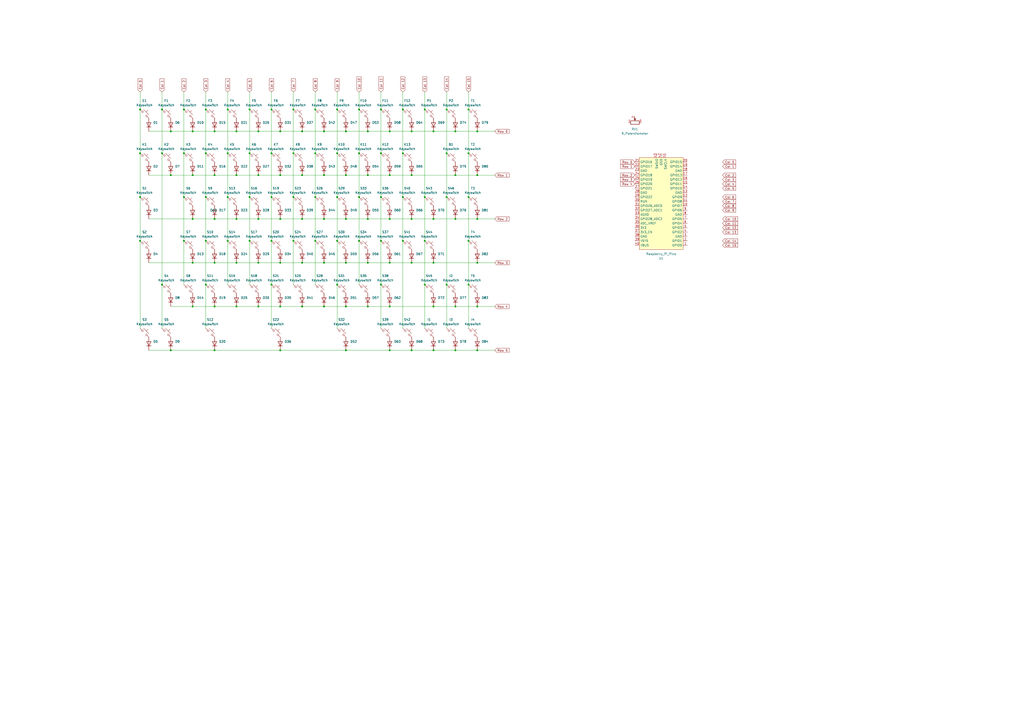
<source format=kicad_sch>
(kicad_sch (version 20231120) (generator "eeschema") (generator_version "8.0")
  (paper "A2")
  (title_block (title "Neurx Keyboard Sketch") (company "github.com/neursh") (comment 1 "Footprint: github.com/joe-scotto/scottokeebs") (comment 2 "Plate: builder.swillkb.com") (comment 3 "Layout: keyboard-layout-editor.com"))
  (lib_symbols
    (symbol "Device:R_Potentiometer" (pin_names (offset 1.016) hide)
      (property "Reference" "RV" (at -4.445 0 90))
      (property "Value" "R_Potentiometer" (at -2.54 0 90))
      (symbol "R_Potentiometer_1_1"
        (pin passive line (at 0 3.81 270) (length 1.27) (name "1") (number "1"))
        (pin passive line (at 3.81 0 180) (length 1.27) (name "2") (number "2"))
        (pin passive line (at 0 -3.81 90) (length 1.27) (name "3") (number "3"))
      )
    )
    (symbol "ScottoKeebs:MCU_Raspberry_Pi_Pico"
      (property "Reference" "U" (at 0 0 0))
      (property "Value" "Raspberry_Pi_Pico" (at 0 27.94 0))
      (symbol "MCU_Raspberry_Pi_Pico_1_1"
        (pin bidirectional line (at -15.24 24.13 0) (length 2.54) (name "GPIO0") (number "1"))
        (pin bidirectional line (at -15.24 1.27 0) (length 2.54) (name "GPIO7") (number "10"))
        (pin bidirectional line (at -15.24 -1.27 0) (length 2.54) (name "GPIO8") (number "11"))
        (pin bidirectional line (at -15.24 -3.81 0) (length 2.54) (name "GPIO9") (number "12"))
        (pin power_in line (at -15.24 -6.35 0) (length 2.54) (name "GND") (number "13"))
        (pin bidirectional line (at -15.24 -8.89 0) (length 2.54) (name "GPIO10") (number "14"))
        (pin bidirectional line (at -15.24 -11.43 0) (length 2.54) (name "GPIO11") (number "15"))
        (pin bidirectional line (at -15.24 -13.97 0) (length 2.54) (name "GPIO12") (number "16"))
        (pin bidirectional line (at -15.24 -16.51 0) (length 2.54) (name "GPIO13") (number "17"))
        (pin power_in line (at -15.24 -19.05 0) (length 2.54) (name "GND") (number "18"))
        (pin bidirectional line (at -15.24 -21.59 0) (length 2.54) (name "GPIO14") (number "19"))
        (pin bidirectional line (at -15.24 21.59 0) (length 2.54) (name "GPIO1") (number "2"))
        (pin bidirectional line (at -15.24 -24.13 0) (length 2.54) (name "GPIO15") (number "20"))
        (pin bidirectional line (at 15.24 -24.13 180) (length 2.54) (name "GPIO16") (number "21"))
        (pin bidirectional line (at 15.24 -21.59 180) (length 2.54) (name "GPIO17") (number "22"))
        (pin power_in line (at 15.24 -19.05 180) (length 2.54) (name "GND") (number "23"))
        (pin bidirectional line (at 15.24 -16.51 180) (length 2.54) (name "GPIO18") (number "24"))
        (pin bidirectional line (at 15.24 -13.97 180) (length 2.54) (name "GPIO19") (number "25"))
        (pin bidirectional line (at 15.24 -11.43 180) (length 2.54) (name "GPIO20") (number "26"))
        (pin bidirectional line (at 15.24 -8.89 180) (length 2.54) (name "GPIO21") (number "27"))
        (pin power_in line (at 15.24 -6.35 180) (length 2.54) (name "GND") (number "28"))
        (pin bidirectional line (at 15.24 -3.81 180) (length 2.54) (name "GPIO22") (number "29"))
        (pin power_in line (at -15.24 19.05 0) (length 2.54) (name "GND") (number "3"))
        (pin input line (at 15.24 -1.27 180) (length 2.54) (name "RUN") (number "30"))
        (pin bidirectional line (at 15.24 1.27 180) (length 2.54) (name "GPIO26_ADC0") (number "31"))
        (pin bidirectional line (at 15.24 3.81 180) (length 2.54) (name "GPIO27_ADC1") (number "32"))
        (pin power_in line (at 15.24 6.35 180) (length 2.54) (name "AGND") (number "33"))
        (pin bidirectional line (at 15.24 8.89 180) (length 2.54) (name "GPIO28_ADC2") (number "34"))
        (pin power_in line (at 15.24 11.43 180) (length 2.54) (name "ADC_VREF") (number "35"))
        (pin power_in line (at 15.24 13.97 180) (length 2.54) (name "3V3") (number "36"))
        (pin input line (at 15.24 16.51 180) (length 2.54) (name "3V3_EN") (number "37"))
        (pin bidirectional line (at 15.24 19.05 180) (length 2.54) (name "GND") (number "38"))
        (pin power_in line (at 15.24 21.59 180) (length 2.54) (name "VSYS") (number "39"))
        (pin bidirectional line (at -15.24 16.51 0) (length 2.54) (name "GPIO2") (number "4"))
        (pin power_in line (at 15.24 24.13 180) (length 2.54) (name "VBUS") (number "40"))
        (pin input line (at -2.54 -29.21 90) (length 2.54) (name "SWCLK") (number "41"))
        (pin power_in line (at 0 -29.21 90) (length 2.54) (name "GND") (number "42"))
        (pin bidirectional line (at 2.54 -29.21 90) (length 2.54) (name "SWDIO") (number "43"))
        (pin bidirectional line (at -15.24 13.97 0) (length 2.54) (name "GPIO3") (number "5"))
        (pin bidirectional line (at -15.24 11.43 0) (length 2.54) (name "GPIO4") (number "6"))
        (pin bidirectional line (at -15.24 8.89 0) (length 2.54) (name "GPIO5") (number "7"))
        (pin power_in line (at -15.24 6.35 0) (length 2.54) (name "GND") (number "8"))
        (pin bidirectional line (at -15.24 3.81 0) (length 2.54) (name "GPIO6") (number "9"))
      )
    )
    (symbol "ScottoKeebs:Placeholder_Diode" (pin_numbers hide) (pin_names hide)
      (property "Reference" "D" (at 0 2.54 0))
      (property "Value" "Diode" (at 0 -2.54 0))
      (symbol "Placeholder_Diode_1_1"
        (pin passive line (at -3.81 0 0) (length 2.54) (name "K") (number "1"))
        (pin passive line (at 3.81 0 180) (length 2.54) (name "A") (number "2"))
      )
    )
    (symbol "ScottoKeebs:Placeholder_Keyswitch" (pin_numbers hide) (pin_names (offset 1.016) hide)
      (property "Reference" "S" (at 3.048 1.016 0))
      (property "Value" "Keyswitch" (at 0 -3.81 0))
      (symbol "Placeholder_Keyswitch_0_1"
        (pin passive line (at -2.54 2.54 0) (length 0) (name "1") (number "1"))
        (pin passive line (at 2.54 -2.54 180) (length 0) (name "2") (number "2"))
      )
    )
  )
  (junction (at 220.98 63.5))
  (junction (at 226.06 203.2))
  (junction (at 271.78 139.7))
  (junction (at 81.28 114.3))
  (junction (at 124.46 177.8))
  (junction (at 93.98 63.5))
  (junction (at 162.56 203.2))
  (junction (at 137.16 127))
  (junction (at 271.78 165.1))
  (junction (at 137.16 101.6))
  (junction (at 259.08 114.3))
  (junction (at 195.58 114.3))
  (junction (at 264.16 177.8))
  (junction (at 111.76 177.8))
  (junction (at 137.16 177.8))
  (junction (at 144.78 139.7))
  (junction (at 170.18 114.3))
  (junction (at 119.38 63.5))
  (junction (at 132.08 88.9))
  (junction (at 264.16 127))
  (junction (at 200.66 177.8))
  (junction (at 124.46 152.4))
  (junction (at 137.16 76.2))
  (junction (at 259.08 165.1))
  (junction (at 175.26 177.8))
  (junction (at 238.76 203.2))
  (junction (at 124.46 76.2))
  (junction (at 106.68 139.7))
  (junction (at 132.08 139.7))
  (junction (at 170.18 88.9))
  (junction (at 251.46 127))
  (junction (at 233.68 114.3))
  (junction (at 200.66 203.2))
  (junction (at 132.08 63.5))
  (junction (at 246.38 165.1))
  (junction (at 220.98 88.9))
  (junction (at 251.46 76.2))
  (junction (at 157.48 114.3))
  (junction (at 111.76 127))
  (junction (at 226.06 127))
  (junction (at 246.38 114.3))
  (junction (at 200.66 76.2))
  (junction (at 175.26 127))
  (junction (at 271.78 114.3))
  (junction (at 208.28 63.5))
  (junction (at 149.86 101.6))
  (junction (at 238.76 152.4))
  (junction (at 182.88 63.5))
  (junction (at 119.38 114.3))
  (junction (at 182.88 139.7))
  (junction (at 187.96 101.6))
  (junction (at 226.06 101.6))
  (junction (at 264.16 101.6))
  (junction (at 149.86 152.4))
  (junction (at 162.56 101.6))
  (junction (at 213.36 177.8))
  (junction (at 157.48 63.5))
  (junction (at 200.66 127))
  (junction (at 106.68 88.9))
  (junction (at 182.88 114.3))
  (junction (at 149.86 127))
  (junction (at 106.68 63.5))
  (junction (at 251.46 203.2))
  (junction (at 149.86 177.8))
  (junction (at 276.86 76.2))
  (junction (at 233.68 88.9))
  (junction (at 157.48 165.1))
  (junction (at 271.78 63.5))
  (junction (at 276.86 101.6))
  (junction (at 208.28 139.7))
  (junction (at 251.46 177.8))
  (junction (at 276.86 127))
  (junction (at 246.38 63.5))
  (junction (at 259.08 88.9))
  (junction (at 226.06 76.2))
  (junction (at 200.66 152.4))
  (junction (at 220.98 114.3))
  (junction (at 213.36 101.6))
  (junction (at 162.56 127))
  (junction (at 276.86 177.8))
  (junction (at 149.86 76.2))
  (junction (at 264.16 76.2))
  (junction (at 213.36 76.2))
  (junction (at 233.68 139.7))
  (junction (at 119.38 139.7))
  (junction (at 226.06 177.8))
  (junction (at 162.56 177.8))
  (junction (at 233.68 63.5))
  (junction (at 144.78 114.3))
  (junction (at 175.26 101.6))
  (junction (at 162.56 76.2))
  (junction (at 81.28 63.5))
  (junction (at 187.96 152.4))
  (junction (at 276.86 203.2))
  (junction (at 81.28 88.9))
  (junction (at 93.98 88.9))
  (junction (at 99.06 76.2))
  (junction (at 162.56 152.4))
  (junction (at 175.26 152.4))
  (junction (at 93.98 165.1))
  (junction (at 144.78 88.9))
  (junction (at 170.18 63.5))
  (junction (at 157.48 88.9))
  (junction (at 238.76 76.2))
  (junction (at 220.98 165.1))
  (junction (at 81.28 139.7))
  (junction (at 259.08 63.5))
  (junction (at 187.96 76.2))
  (junction (at 208.28 114.3))
  (junction (at 208.28 88.9))
  (junction (at 238.76 127))
  (junction (at 124.46 203.2))
  (junction (at 111.76 101.6))
  (junction (at 238.76 101.6))
  (junction (at 187.96 127))
  (junction (at 170.18 139.7))
  (junction (at 182.88 88.9))
  (junction (at 99.06 101.6))
  (junction (at 111.76 76.2))
  (junction (at 271.78 88.9))
  (junction (at 157.48 139.7))
  (junction (at 119.38 165.1))
  (junction (at 213.36 127))
  (junction (at 195.58 139.7))
  (junction (at 124.46 127))
  (junction (at 246.38 139.7))
  (junction (at 99.06 203.2))
  (junction (at 264.16 203.2))
  (junction (at 144.78 63.5))
  (junction (at 124.46 101.6))
  (junction (at 195.58 165.1))
  (junction (at 132.08 114.3))
  (junction (at 195.58 63.5))
  (junction (at 137.16 152.4))
  (junction (at 276.86 152.4))
  (junction (at 213.36 152.4))
  (junction (at 106.68 114.3))
  (junction (at 111.76 152.4))
  (junction (at 251.46 152.4))
  (junction (at 200.66 101.6))
  (junction (at 187.96 177.8))
  (junction (at 195.58 88.9))
  (junction (at 226.06 152.4))
  (junction (at 220.98 139.7))
  (junction (at 175.26 76.2))
  (junction (at 119.38 88.9))
  (wire (pts (xy 220.98 88.9) (xy 220.98 114.3)))
  (wire (pts (xy 182.88 63.5) (xy 182.88 88.9)))
  (wire (pts (xy 264.16 127) (xy 276.86 127)))
  (wire (pts (xy 208.28 88.9) (xy 208.28 114.3)))
  (wire (pts (xy 200.66 152.4) (xy 213.36 152.4)))
  (wire (pts (xy 132.08 88.9) (xy 132.08 114.3)))
  (wire (pts (xy 157.48 88.9) (xy 157.48 114.3)))
  (wire (pts (xy 233.68 88.9) (xy 233.68 114.3)))
  (wire (pts (xy 124.46 152.4) (xy 137.16 152.4)))
  (wire (pts (xy 246.38 139.7) (xy 246.38 165.1)))
  (wire (pts (xy 111.76 127) (xy 124.46 127)))
  (wire (pts (xy 220.98 53.34) (xy 220.98 63.5)))
  (wire (pts (xy 119.38 53.34) (xy 119.38 63.5)))
  (wire (pts (xy 276.86 101.6) (xy 287.02 101.6)))
  (wire (pts (xy 144.78 63.5) (xy 144.78 88.9)))
  (wire (pts (xy 220.98 165.1) (xy 220.98 190.5)))
  (wire (pts (xy 213.36 76.2) (xy 226.06 76.2)))
  (wire (pts (xy 132.08 114.3) (xy 132.08 139.7)))
  (wire (pts (xy 81.28 139.7) (xy 81.28 190.5)))
  (wire (pts (xy 170.18 114.3) (xy 170.18 139.7)))
  (wire (pts (xy 220.98 139.7) (xy 220.98 165.1)))
  (wire (pts (xy 276.86 203.2) (xy 287.02 203.2)))
  (wire (pts (xy 271.78 139.7) (xy 271.78 165.1)))
  (wire (pts (xy 182.88 139.7) (xy 182.88 165.1)))
  (wire (pts (xy 170.18 88.9) (xy 170.18 114.3)))
  (wire (pts (xy 144.78 53.34) (xy 144.78 63.5)))
  (wire (pts (xy 276.86 152.4) (xy 287.02 152.4)))
  (wire (pts (xy 111.76 177.8) (xy 124.46 177.8)))
  (wire (pts (xy 287.02 177.8) (xy 276.86 177.8)))
  (wire (pts (xy 99.06 101.6) (xy 111.76 101.6)))
  (wire (pts (xy 119.38 139.7) (xy 119.38 165.1)))
  (wire (pts (xy 175.26 127) (xy 187.96 127)))
  (wire (pts (xy 144.78 88.9) (xy 144.78 114.3)))
  (wire (pts (xy 220.98 63.5) (xy 220.98 88.9)))
  (wire (pts (xy 93.98 88.9) (xy 93.98 165.1)))
  (wire (pts (xy 149.86 152.4) (xy 162.56 152.4)))
  (wire (pts (xy 175.26 177.8) (xy 187.96 177.8)))
  (wire (pts (xy 81.28 114.3) (xy 81.28 139.7)))
  (wire (pts (xy 162.56 203.2) (xy 200.66 203.2)))
  (wire (pts (xy 276.86 177.8) (xy 264.16 177.8)))
  (wire (pts (xy 81.28 63.5) (xy 81.28 88.9)))
  (wire (pts (xy 81.28 53.34) (xy 81.28 63.5)))
  (wire (pts (xy 246.38 114.3) (xy 246.38 139.7)))
  (wire (pts (xy 132.08 63.5) (xy 132.08 88.9)))
  (wire (pts (xy 246.38 165.1) (xy 246.38 190.5)))
  (wire (pts (xy 238.76 203.2) (xy 251.46 203.2)))
  (wire (pts (xy 111.76 152.4) (xy 124.46 152.4)))
  (wire (pts (xy 246.38 53.34) (xy 246.38 63.5)))
  (wire (pts (xy 119.38 165.1) (xy 119.38 190.5)))
  (wire (pts (xy 149.86 76.2) (xy 162.56 76.2)))
  (wire (pts (xy 124.46 203.2) (xy 162.56 203.2)))
  (wire (pts (xy 106.68 139.7) (xy 106.68 165.1)))
  (wire (pts (xy 187.96 127) (xy 200.66 127)))
  (wire (pts (xy 162.56 76.2) (xy 175.26 76.2)))
  (wire (pts (xy 162.56 177.8) (xy 175.26 177.8)))
  (wire (pts (xy 119.38 88.9) (xy 119.38 114.3)))
  (wire (pts (xy 137.16 101.6) (xy 149.86 101.6)))
  (wire (pts (xy 99.06 203.2) (xy 124.46 203.2)))
  (wire (pts (xy 182.88 88.9) (xy 182.88 114.3)))
  (wire (pts (xy 86.36 203.2) (xy 99.06 203.2)))
  (wire (pts (xy 137.16 152.4) (xy 149.86 152.4)))
  (wire (pts (xy 149.86 177.8) (xy 162.56 177.8)))
  (wire (pts (xy 86.36 127) (xy 111.76 127)))
  (wire (pts (xy 259.08 165.1) (xy 259.08 190.5)))
  (wire (pts (xy 182.88 53.34) (xy 182.88 63.5)))
  (wire (pts (xy 170.18 53.34) (xy 170.18 63.5)))
  (wire (pts (xy 99.06 76.2) (xy 111.76 76.2)))
  (wire (pts (xy 175.26 101.6) (xy 187.96 101.6)))
  (wire (pts (xy 195.58 53.34) (xy 195.58 63.5)))
  (wire (pts (xy 124.46 177.8) (xy 137.16 177.8)))
  (wire (pts (xy 119.38 63.5) (xy 119.38 88.9)))
  (wire (pts (xy 144.78 114.3) (xy 144.78 139.7)))
  (wire (pts (xy 93.98 165.1) (xy 93.98 190.5)))
  (wire (pts (xy 157.48 63.5) (xy 157.48 88.9)))
  (wire (pts (xy 226.06 152.4) (xy 238.76 152.4)))
  (wire (pts (xy 226.06 101.6) (xy 238.76 101.6)))
  (wire (pts (xy 124.46 101.6) (xy 137.16 101.6)))
  (wire (pts (xy 238.76 101.6) (xy 264.16 101.6)))
  (wire (pts (xy 208.28 63.5) (xy 208.28 88.9)))
  (wire (pts (xy 251.46 127) (xy 264.16 127)))
  (wire (pts (xy 259.08 88.9) (xy 259.08 114.3)))
  (wire (pts (xy 187.96 177.8) (xy 200.66 177.8)))
  (wire (pts (xy 195.58 114.3) (xy 195.58 139.7)))
  (wire (pts (xy 119.38 114.3) (xy 119.38 139.7)))
  (wire (pts (xy 170.18 63.5) (xy 170.18 88.9)))
  (wire (pts (xy 106.68 53.34) (xy 106.68 63.5)))
  (wire (pts (xy 86.36 101.6) (xy 99.06 101.6)))
  (wire (pts (xy 271.78 88.9) (xy 271.78 114.3)))
  (wire (pts (xy 226.06 203.2) (xy 238.76 203.2)))
  (wire (pts (xy 195.58 63.5) (xy 195.58 88.9)))
  (wire (pts (xy 132.08 53.34) (xy 132.08 63.5)))
  (wire (pts (xy 208.28 53.34) (xy 208.28 63.5)))
  (wire (pts (xy 111.76 76.2) (xy 124.46 76.2)))
  (wire (pts (xy 276.86 127) (xy 287.02 127)))
  (wire (pts (xy 213.36 101.6) (xy 226.06 101.6)))
  (wire (pts (xy 157.48 53.34) (xy 157.48 63.5)))
  (wire (pts (xy 86.36 152.4) (xy 111.76 152.4)))
  (wire (pts (xy 259.08 114.3) (xy 259.08 165.1)))
  (wire (pts (xy 251.46 203.2) (xy 264.16 203.2)))
  (wire (pts (xy 175.26 76.2) (xy 187.96 76.2)))
  (wire (pts (xy 200.66 76.2) (xy 213.36 76.2)))
  (wire (pts (xy 124.46 127) (xy 137.16 127)))
  (wire (pts (xy 213.36 152.4) (xy 226.06 152.4)))
  (wire (pts (xy 276.86 76.2) (xy 287.02 76.2)))
  (wire (pts (xy 187.96 101.6) (xy 200.66 101.6)))
  (wire (pts (xy 162.56 127) (xy 175.26 127)))
  (wire (pts (xy 106.68 63.5) (xy 106.68 88.9)))
  (wire (pts (xy 200.66 127) (xy 213.36 127)))
  (wire (pts (xy 81.28 88.9) (xy 81.28 114.3)))
  (wire (pts (xy 137.16 127) (xy 149.86 127)))
  (wire (pts (xy 137.16 177.8) (xy 149.86 177.8)))
  (wire (pts (xy 132.08 139.7) (xy 132.08 165.1)))
  (wire (pts (xy 86.36 76.2) (xy 99.06 76.2)))
  (wire (pts (xy 124.46 76.2) (xy 137.16 76.2)))
  (wire (pts (xy 264.16 101.6) (xy 276.86 101.6)))
  (wire (pts (xy 251.46 152.4) (xy 276.86 152.4)))
  (wire (pts (xy 226.06 177.8) (xy 251.46 177.8)))
  (wire (pts (xy 259.08 53.34) (xy 259.08 63.5)))
  (wire (pts (xy 106.68 88.9) (xy 106.68 114.3)))
  (wire (pts (xy 246.38 63.5) (xy 246.38 114.3)))
  (wire (pts (xy 162.56 152.4) (xy 175.26 152.4)))
  (wire (pts (xy 233.68 114.3) (xy 233.68 139.7)))
  (wire (pts (xy 213.36 127) (xy 226.06 127)))
  (wire (pts (xy 238.76 76.2) (xy 251.46 76.2)))
  (wire (pts (xy 93.98 53.34) (xy 93.98 63.5)))
  (wire (pts (xy 200.66 203.2) (xy 226.06 203.2)))
  (wire (pts (xy 271.78 114.3) (xy 271.78 139.7)))
  (wire (pts (xy 200.66 177.8) (xy 213.36 177.8)))
  (wire (pts (xy 175.26 152.4) (xy 187.96 152.4)))
  (wire (pts (xy 259.08 63.5) (xy 259.08 88.9)))
  (wire (pts (xy 149.86 101.6) (xy 162.56 101.6)))
  (wire (pts (xy 144.78 139.7) (xy 144.78 165.1)))
  (wire (pts (xy 157.48 139.7) (xy 157.48 165.1)))
  (wire (pts (xy 106.68 114.3) (xy 106.68 139.7)))
  (wire (pts (xy 208.28 139.7) (xy 208.28 165.1)))
  (wire (pts (xy 149.86 127) (xy 162.56 127)))
  (wire (pts (xy 238.76 152.4) (xy 251.46 152.4)))
  (wire (pts (xy 233.68 63.5) (xy 233.68 88.9)))
  (wire (pts (xy 220.98 114.3) (xy 220.98 139.7)))
  (wire (pts (xy 93.98 63.5) (xy 93.98 88.9)))
  (wire (pts (xy 162.56 101.6) (xy 175.26 101.6)))
  (wire (pts (xy 187.96 76.2) (xy 200.66 76.2)))
  (wire (pts (xy 271.78 165.1) (xy 271.78 190.5)))
  (wire (pts (xy 170.18 139.7) (xy 170.18 165.1)))
  (wire (pts (xy 208.28 114.3) (xy 208.28 139.7)))
  (wire (pts (xy 195.58 88.9) (xy 195.58 114.3)))
  (wire (pts (xy 200.66 101.6) (xy 213.36 101.6)))
  (wire (pts (xy 271.78 63.5) (xy 271.78 88.9)))
  (wire (pts (xy 233.68 53.34) (xy 233.68 63.5)))
  (wire (pts (xy 233.68 139.7) (xy 233.68 190.5)))
  (wire (pts (xy 182.88 114.3) (xy 182.88 139.7)))
  (wire (pts (xy 264.16 203.2) (xy 276.86 203.2)))
  (wire (pts (xy 187.96 152.4) (xy 200.66 152.4)))
  (wire (pts (xy 226.06 76.2) (xy 238.76 76.2)))
  (wire (pts (xy 157.48 165.1) (xy 157.48 190.5)))
  (wire (pts (xy 264.16 177.8) (xy 251.46 177.8)))
  (wire (pts (xy 137.16 76.2) (xy 149.86 76.2)))
  (wire (pts (xy 195.58 139.7) (xy 195.58 165.1)))
  (wire (pts (xy 111.76 101.6) (xy 124.46 101.6)))
  (wire (pts (xy 226.06 127) (xy 238.76 127)))
  (wire (pts (xy 271.78 53.34) (xy 271.78 63.5)))
  (wire (pts (xy 213.36 177.8) (xy 226.06 177.8)))
  (wire (pts (xy 157.48 114.3) (xy 157.48 139.7)))
  (wire (pts (xy 195.58 165.1) (xy 195.58 190.5)))
  (wire (pts (xy 238.76 127) (xy 251.46 127)))
  (wire (pts (xy 99.06 177.8) (xy 111.76 177.8)))
  (wire (pts (xy 251.46 76.2) (xy 264.16 76.2)))
  (wire (pts (xy 264.16 76.2) (xy 276.86 76.2)))
  (global_label "Col 15" (shape input) (at 271.78 53.34 90) (property "Intersheetrefs" "${INTERSHEET_REFS}" (effects (hide yes))))
  (global_label "Col 4" (shape input) (at 132.08 53.34 90) (property "Intersheetrefs" "${INTERSHEET_REFS}" (effects (hide yes))))
  (global_label "Col 10" (shape input) (at 419.1 127 0) (property "Intersheetrefs" "${INTERSHEET_REFS}" (effects (hide yes))))
  (global_label "Col 6" (shape input) (at 157.48 53.34 90) (property "Intersheetrefs" "${INTERSHEET_REFS}" (effects (hide yes))))
  (global_label "Col 11" (shape input) (at 220.98 53.34 90) (property "Intersheetrefs" "${INTERSHEET_REFS}" (effects (hide yes))))
  (global_label "Col 1" (shape input) (at 93.98 53.34 90) (property "Intersheetrefs" "${INTERSHEET_REFS}" (effects (hide yes))))
  (global_label "Row 3" (shape input) (at 287.02 152.4 0) (property "Intersheetrefs" "${INTERSHEET_REFS}" (effects (hide yes))))
  (global_label "Col 3" (shape input) (at 119.38 53.34 90) (property "Intersheetrefs" "${INTERSHEET_REFS}" (effects (hide yes))))
  (global_label "Row 5" (shape input) (at 287.02 203.2 0) (property "Intersheetrefs" "${INTERSHEET_REFS}" (effects (hide yes))))
  (global_label "Col 8" (shape input) (at 182.88 53.34 90) (property "Intersheetrefs" "${INTERSHEET_REFS}" (effects (hide yes))))
  (global_label "Col 14" (shape input) (at 419.1 139.7 0) (property "Intersheetrefs" "${INTERSHEET_REFS}" (effects (hide yes))))
  (global_label "Col 1" (shape input) (at 419.1 96.52 0) (property "Intersheetrefs" "${INTERSHEET_REFS}" (effects (hide yes))))
  (global_label "Col 3" (shape input) (at 419.1 104.14 0) (property "Intersheetrefs" "${INTERSHEET_REFS}" (effects (hide yes))))
  (global_label "Row 1" (shape input) (at 368.3 96.52 180) (property "Intersheetrefs" "${INTERSHEET_REFS}" (effects (hide yes))))
  (global_label "Col 14" (shape input) (at 259.08 53.34 90) (property "Intersheetrefs" "${INTERSHEET_REFS}" (effects (hide yes))))
  (global_label "Col 4" (shape input) (at 419.1 106.68 0) (property "Intersheetrefs" "${INTERSHEET_REFS}" (effects (hide yes))))
  (global_label "Col 9" (shape input) (at 195.58 53.34 90) (property "Intersheetrefs" "${INTERSHEET_REFS}" (effects (hide yes))))
  (global_label "Col 2" (shape input) (at 419.1 101.6 0) (property "Intersheetrefs" "${INTERSHEET_REFS}" (effects (hide yes))))
  (global_label "Row 0" (shape input) (at 287.02 76.2 0) (property "Intersheetrefs" "${INTERSHEET_REFS}" (effects (hide yes))))
  (global_label "Col 6" (shape input) (at 419.1 114.3 0) (property "Intersheetrefs" "${INTERSHEET_REFS}" (effects (hide yes))))
  (global_label "Col 9" (shape input) (at 419.1 121.92 0) (property "Intersheetrefs" "${INTERSHEET_REFS}" (effects (hide yes))))
  (global_label "Row 1" (shape input) (at 287.02 101.6 0) (property "Intersheetrefs" "${INTERSHEET_REFS}" (effects (hide yes))))
  (global_label "Col 7" (shape input) (at 419.1 116.84 0) (property "Intersheetrefs" "${INTERSHEET_REFS}" (effects (hide yes))))
  (global_label "Col 12" (shape input) (at 419.1 132.08 0) (property "Intersheetrefs" "${INTERSHEET_REFS}" (effects (hide yes))))
  (global_label "Col 11" (shape input) (at 419.1 129.54 0) (property "Intersheetrefs" "${INTERSHEET_REFS}" (effects (hide yes))))
  (global_label "Col 7" (shape input) (at 170.18 53.34 90) (property "Intersheetrefs" "${INTERSHEET_REFS}" (effects (hide yes))))
  (global_label "Col 5" (shape input) (at 144.78 53.34 90) (property "Intersheetrefs" "${INTERSHEET_REFS}" (effects (hide yes))))
  (global_label "Row 0" (shape input) (at 368.3 93.98 180) (property "Intersheetrefs" "${INTERSHEET_REFS}" (effects (hide yes))))
  (global_label "Col 13" (shape input) (at 246.38 53.34 90) (property "Intersheetrefs" "${INTERSHEET_REFS}" (effects (hide yes))))
  (global_label "Col 2" (shape input) (at 106.68 53.34 90) (property "Intersheetrefs" "${INTERSHEET_REFS}" (effects (hide yes))))
  (global_label "Col 10" (shape input) (at 208.28 53.34 90) (property "Intersheetrefs" "${INTERSHEET_REFS}" (effects (hide yes))))
  (global_label "Col 0" (shape input) (at 81.28 53.34 90) (property "Intersheetrefs" "${INTERSHEET_REFS}" (effects (hide yes))))
  (global_label "Col 0" (shape input) (at 419.1 93.98 0) (property "Intersheetrefs" "${INTERSHEET_REFS}" (effects (hide yes))))
  (global_label "Col 8" (shape input) (at 419.1 119.38 0) (property "Intersheetrefs" "${INTERSHEET_REFS}" (effects (hide yes))))
  (global_label "Col 5" (shape input) (at 419.1 109.22 0) (property "Intersheetrefs" "${INTERSHEET_REFS}" (effects (hide yes))))
  (global_label "Row 4" (shape input) (at 287.02 177.8 0) (property "Intersheetrefs" "${INTERSHEET_REFS}" (effects (hide yes))))
  (global_label "Row 3" (shape input) (at 368.3 104.14 180) (property "Intersheetrefs" "${INTERSHEET_REFS}" (effects (hide yes))))
  (global_label "Col 13" (shape input) (at 419.1 134.62 0) (property "Intersheetrefs" "${INTERSHEET_REFS}" (effects (hide yes))))
  (global_label "Row 2" (shape input) (at 287.02 127 0) (property "Intersheetrefs" "${INTERSHEET_REFS}" (effects (hide yes))))
  (global_label "Col 12" (shape input) (at 233.68 53.34 90) (property "Intersheetrefs" "${INTERSHEET_REFS}" (effects (hide yes))))
  (global_label "Row 2" (shape input) (at 368.3 101.6 180) (property "Intersheetrefs" "${INTERSHEET_REFS}" (effects (hide yes))))
  (global_label "Row 4" (shape input) (at 368.3 106.68 180) (property "Intersheetrefs" "${INTERSHEET_REFS}" (effects (hide yes))))
  (global_label "Col 15" (shape input) (at 419.1 142.24 0) (property "Intersheetrefs" "${INTERSHEET_REFS}" (effects (hide yes))))
  (symbol (lib_id "ScottoKeebs:Placeholder_Diode") (at 213.36 123.19 90) (unit 1)
    (property "Reference" "D55" (at 215.9 121.9199 90) (effects (justify right)))
    (property "Value" "Diode" (effects (hide yes)))
    (property "Footprint" "ScottoKeebs_Components:Diode_DO-35" (effects (hide yes)))
    (property "Description" "1N4148 (DO-35) or 1N4148W (SOD-123)" (effects (hide yes)))
    (property "Sim.Device" "D" (effects (hide yes)))
    (property "Sim.Pins" "1=K 2=A" (effects (hide yes)))
  )
  (symbol (lib_id "ScottoKeebs:Placeholder_Keyswitch") (at 96.52 66.04 0) (unit 1)
    (property "Reference" "F1" (at 96.52 58.42 0))
    (property "Value" "Keyswitch" (at 96.52 60.96 0))
    (property "Footprint" "ScottoKeebs_MX:MX_PCB_1.00u" (effects (hide yes)))
    (property "Description" "Push button switch, normally open, two pins, 45° tilted" (effects (hide yes)))
  )
  (symbol (lib_id "ScottoKeebs:Placeholder_Diode") (at 99.06 199.39 90) (unit 1)
    (property "Reference" "D9" (at 101.6 198.1199 90) (effects (justify right)))
    (property "Value" "Diode" (effects (hide yes)))
    (property "Footprint" "ScottoKeebs_Components:Diode_DO-35" (effects (hide yes)))
    (property "Description" "1N4148 (DO-35) or 1N4148W (SOD-123)" (effects (hide yes)))
    (property "Sim.Device" "D" (effects (hide yes)))
    (property "Sim.Pins" "1=K 2=A" (effects (hide yes)))
  )
  (symbol (lib_id "ScottoKeebs:Placeholder_Diode") (at 276.86 123.19 90) (unit 1)
    (property "Reference" "D81" (at 279.4 121.9199 90) (effects (justify right)))
    (property "Value" "Diode" (effects (hide yes)))
    (property "Footprint" "ScottoKeebs_Components:Diode_DO-35" (effects (hide yes)))
    (property "Description" "1N4148 (DO-35) or 1N4148W (SOD-123)" (effects (hide yes)))
    (property "Sim.Device" "D" (effects (hide yes)))
    (property "Sim.Pins" "1=K 2=A" (effects (hide yes)))
  )
  (symbol (lib_id "ScottoKeebs:Placeholder_Keyswitch") (at 248.92 167.64 0) (unit 1)
    (property "Reference" "S45" (at 248.92 160.02 0))
    (property "Value" "Keyswitch" (at 248.92 162.56 0))
    (property "Footprint" "ScottoKeebs_MX:MX_PCB_1.75u" (effects (hide yes)))
    (property "Description" "Push button switch, normally open, two pins, 45° tilted" (effects (hide yes)))
  )
  (symbol (lib_id "ScottoKeebs:Placeholder_Keyswitch") (at 261.62 116.84 0) (unit 1)
    (property "Reference" "S46" (at 261.62 109.22 0))
    (property "Value" "Keyswitch" (at 261.62 111.76 0))
    (property "Footprint" "ScottoKeebs_MX:MX_PCB_1.50u" (effects (hide yes)))
    (property "Description" "Push button switch, normally open, two pins, 45° tilted" (effects (hide yes)))
  )
  (symbol (lib_id "ScottoKeebs:Placeholder_Keyswitch") (at 96.52 91.44 0) (unit 1)
    (property "Reference" "K2" (at 96.52 83.82 0))
    (property "Value" "Keyswitch" (at 96.52 86.36 0))
    (property "Footprint" "ScottoKeebs_MX:MX_PCB_1.00u" (effects (hide yes)))
    (property "Description" "Push button switch, normally open, two pins, 45° tilted" (effects (hide yes)))
  )
  (symbol (lib_id "ScottoKeebs:Placeholder_Keyswitch") (at 121.92 167.64 0) (unit 1)
    (property "Reference" "S11" (at 121.92 160.02 0))
    (property "Value" "Keyswitch" (at 121.92 162.56 0))
    (property "Footprint" "ScottoKeebs_MX:MX_PCB_1.00u" (effects (hide yes)))
    (property "Description" "Push button switch, normally open, two pins, 45° tilted" (effects (hide yes)))
  )
  (symbol (lib_id "ScottoKeebs:Placeholder_Diode") (at 226.06 97.79 90) (unit 1)
    (property "Reference" "D59" (at 228.6 96.5199 90) (effects (justify right)))
    (property "Value" "Diode" (effects (hide yes)))
    (property "Footprint" "ScottoKeebs_Components:Diode_DO-35" (effects (hide yes)))
    (property "Description" "1N4148 (DO-35) or 1N4148W (SOD-123)" (effects (hide yes)))
    (property "Sim.Device" "D" (effects (hide yes)))
    (property "Sim.Pins" "1=K 2=A" (effects (hide yes)))
  )
  (symbol (lib_id "ScottoKeebs:Placeholder_Diode") (at 111.76 97.79 90) (unit 1)
    (property "Reference" "D11" (at 114.3 96.5199 90) (effects (justify right)))
    (property "Value" "Diode" (effects (hide yes)))
    (property "Footprint" "ScottoKeebs_Components:Diode_DO-35" (effects (hide yes)))
    (property "Description" "1N4148 (DO-35) or 1N4148W (SOD-123)" (effects (hide yes)))
    (property "Sim.Device" "D" (effects (hide yes)))
    (property "Sim.Pins" "1=K 2=A" (effects (hide yes)))
  )
  (symbol (lib_id "ScottoKeebs:Placeholder_Keyswitch") (at 109.22 167.64 0) (unit 1)
    (property "Reference" "S8" (at 109.22 160.02 0))
    (property "Value" "Keyswitch" (at 109.22 162.56 0))
    (property "Footprint" "ScottoKeebs_MX:MX_PCB_1.00u" (effects (hide yes)))
    (property "Description" "Push button switch, normally open, two pins, 45° tilted" (effects (hide yes)))
  )
  (symbol (lib_id "ScottoKeebs:Placeholder_Diode") (at 111.76 173.99 90) (unit 1)
    (property "Reference" "D14" (at 114.3 172.7199 90) (effects (justify right)))
    (property "Value" "Diode" (effects (hide yes)))
    (property "Footprint" "ScottoKeebs_Components:Diode_DO-35" (effects (hide yes)))
    (property "Description" "1N4148 (DO-35) or 1N4148W (SOD-123)" (effects (hide yes)))
    (property "Sim.Device" "D" (effects (hide yes)))
    (property "Sim.Pins" "1=K 2=A" (effects (hide yes)))
  )
  (symbol (lib_id "ScottoKeebs:Placeholder_Diode") (at 99.06 72.39 90) (unit 1)
    (property "Reference" "D6" (at 101.6 71.1199 90) (effects (justify right)))
    (property "Value" "Diode" (effects (hide yes)))
    (property "Footprint" "ScottoKeebs_Components:Diode_DO-35" (effects (hide yes)))
    (property "Description" "1N4148 (DO-35) or 1N4148W (SOD-123)" (effects (hide yes)))
    (property "Sim.Device" "D" (effects (hide yes)))
    (property "Sim.Pins" "1=K 2=A" (effects (hide yes)))
  )
  (symbol (lib_id "ScottoKeebs:Placeholder_Diode") (at 137.16 72.39 90) (unit 1)
    (property "Reference" "D21" (at 139.7 71.1199 90) (effects (justify right)))
    (property "Value" "Diode" (effects (hide yes)))
    (property "Footprint" "ScottoKeebs_Components:Diode_DO-35" (effects (hide yes)))
    (property "Description" "1N4148 (DO-35) or 1N4148W (SOD-123)" (effects (hide yes)))
    (property "Sim.Device" "D" (effects (hide yes)))
    (property "Sim.Pins" "1=K 2=A" (effects (hide yes)))
  )
  (symbol (lib_id "ScottoKeebs:Placeholder_Diode") (at 162.56 123.19 90) (unit 1)
    (property "Reference" "D33" (at 165.1 121.9199 90) (effects (justify right)))
    (property "Value" "Diode" (effects (hide yes)))
    (property "Footprint" "ScottoKeebs_Components:Diode_DO-35" (effects (hide yes)))
    (property "Description" "1N4148 (DO-35) or 1N4148W (SOD-123)" (effects (hide yes)))
    (property "Sim.Device" "D" (effects (hide yes)))
    (property "Sim.Pins" "1=K 2=A" (effects (hide yes)))
  )
  (symbol (lib_id "ScottoKeebs:Placeholder_Diode") (at 264.16 72.39 90) (unit 1)
    (property "Reference" "D74" (at 266.7 71.1199 90) (effects (justify right)))
    (property "Value" "Diode" (effects (hide yes)))
    (property "Footprint" "ScottoKeebs_Components:Diode_DO-35" (effects (hide yes)))
    (property "Description" "1N4148 (DO-35) or 1N4148W (SOD-123)" (effects (hide yes)))
    (property "Sim.Device" "D" (effects (hide yes)))
    (property "Sim.Pins" "1=K 2=A" (effects (hide yes)))
  )
  (symbol (lib_id "ScottoKeebs:Placeholder_Diode") (at 137.16 173.99 90) (unit 1)
    (property "Reference" "D25" (at 139.7 172.7199 90) (effects (justify right)))
    (property "Value" "Diode" (effects (hide yes)))
    (property "Footprint" "ScottoKeebs_Components:Diode_DO-35" (effects (hide yes)))
    (property "Description" "1N4148 (DO-35) or 1N4148W (SOD-123)" (effects (hide yes)))
    (property "Sim.Device" "D" (effects (hide yes)))
    (property "Sim.Pins" "1=K 2=A" (effects (hide yes)))
  )
  (symbol (lib_id "ScottoKeebs:Placeholder_Diode") (at 251.46 72.39 90) (unit 1)
    (property "Reference" "D69" (at 254 71.1199 90) (effects (justify right)))
    (property "Value" "Diode" (effects (hide yes)))
    (property "Footprint" "ScottoKeebs_Components:Diode_DO-35" (effects (hide yes)))
    (property "Description" "1N4148 (DO-35) or 1N4148W (SOD-123)" (effects (hide yes)))
    (property "Sim.Device" "D" (effects (hide yes)))
    (property "Sim.Pins" "1=K 2=A" (effects (hide yes)))
  )
  (symbol (lib_id "ScottoKeebs:Placeholder_Diode") (at 86.36 123.19 90) (unit 1)
    (property "Reference" "D3" (at 88.9 121.9199 90) (effects (justify right)))
    (property "Value" "Diode" (effects (hide yes)))
    (property "Footprint" "ScottoKeebs_Components:Diode_DO-35" (effects (hide yes)))
    (property "Description" "1N4148 (DO-35) or 1N4148W (SOD-123)" (effects (hide yes)))
    (property "Sim.Device" "D" (effects (hide yes)))
    (property "Sim.Pins" "1=K 2=A" (effects (hide yes)))
  )
  (symbol (lib_id "ScottoKeebs:Placeholder_Keyswitch") (at 210.82 167.64 0) (unit 1)
    (property "Reference" "S35" (at 210.82 160.02 0))
    (property "Value" "Keyswitch" (at 210.82 162.56 0))
    (property "Footprint" "ScottoKeebs_MX:MX_PCB_1.00u" (effects (hide yes)))
    (property "Description" "Push button switch, normally open, two pins, 45° tilted" (effects (hide yes)))
  )
  (symbol (lib_id "ScottoKeebs:Placeholder_Keyswitch") (at 160.02 66.04 0) (unit 1)
    (property "Reference" "F6" (at 160.02 58.42 0))
    (property "Value" "Keyswitch" (at 160.02 60.96 0))
    (property "Footprint" "ScottoKeebs_MX:MX_PCB_1.00u" (effects (hide yes)))
    (property "Description" "Push button switch, normally open, two pins, 45° tilted" (effects (hide yes)))
  )
  (symbol (lib_id "ScottoKeebs:Placeholder_Keyswitch") (at 134.62 91.44 0) (unit 1)
    (property "Reference" "K5" (at 134.62 83.82 0))
    (property "Value" "Keyswitch" (at 134.62 86.36 0))
    (property "Footprint" "ScottoKeebs_MX:MX_PCB_1.00u" (effects (hide yes)))
    (property "Description" "Push button switch, normally open, two pins, 45° tilted" (effects (hide yes)))
  )
  (symbol (lib_id "ScottoKeebs:Placeholder_Diode") (at 124.46 199.39 90) (unit 1)
    (property "Reference" "D20" (at 127 198.1199 90) (effects (justify right)))
    (property "Value" "Diode" (effects (hide yes)))
    (property "Footprint" "ScottoKeebs_Components:Diode_DO-35" (effects (hide yes)))
    (property "Description" "1N4148 (DO-35) or 1N4148W (SOD-123)" (effects (hide yes)))
    (property "Sim.Device" "D" (effects (hide yes)))
    (property "Sim.Pins" "1=K 2=A" (effects (hide yes)))
  )
  (symbol (lib_id "ScottoKeebs:Placeholder_Diode") (at 226.06 173.99 90) (unit 1)
    (property "Reference" "D62" (at 228.6 172.7199 90) (effects (justify right)))
    (property "Value" "Diode" (effects (hide yes)))
    (property "Footprint" "ScottoKeebs_Components:Diode_DO-35" (effects (hide yes)))
    (property "Description" "1N4148 (DO-35) or 1N4148W (SOD-123)" (effects (hide yes)))
    (property "Sim.Device" "D" (effects (hide yes)))
    (property "Sim.Pins" "1=K 2=A" (effects (hide yes)))
  )
  (symbol (lib_id "ScottoKeebs:Placeholder_Diode") (at 200.66 97.79 90) (unit 1)
    (property "Reference" "D48" (at 203.2 96.5199 90) (effects (justify right)))
    (property "Value" "Diode" (effects (hide yes)))
    (property "Footprint" "ScottoKeebs_Components:Diode_DO-35" (effects (hide yes)))
    (property "Description" "1N4148 (DO-35) or 1N4148W (SOD-123)" (effects (hide yes)))
    (property "Sim.Device" "D" (effects (hide yes)))
    (property "Sim.Pins" "1=K 2=A" (effects (hide yes)))
  )
  (symbol (lib_id "ScottoKeebs:Placeholder_Keyswitch") (at 172.72 142.24 0) (unit 1)
    (property "Reference" "S24" (at 172.72 134.62 0))
    (property "Value" "Keyswitch" (at 172.72 137.16 0))
    (property "Footprint" "ScottoKeebs_MX:MX_PCB_1.00u" (effects (hide yes)))
    (property "Description" "Push button switch, normally open, two pins, 45° tilted" (effects (hide yes)))
  )
  (symbol (lib_id "ScottoKeebs:Placeholder_Diode") (at 149.86 173.99 90) (unit 1)
    (property "Reference" "D30" (at 152.4 172.7199 90) (effects (justify right)))
    (property "Value" "Diode" (effects (hide yes)))
    (property "Footprint" "ScottoKeebs_Components:Diode_DO-35" (effects (hide yes)))
    (property "Description" "1N4148 (DO-35) or 1N4148W (SOD-123)" (effects (hide yes)))
    (property "Sim.Device" "D" (effects (hide yes)))
    (property "Sim.Pins" "1=K 2=A" (effects (hide yes)))
  )
  (symbol (lib_id "ScottoKeebs:Placeholder_Diode") (at 175.26 173.99 90) (unit 1)
    (property "Reference" "D41" (at 177.8 172.7199 90) (effects (justify right)))
    (property "Value" "Diode" (effects (hide yes)))
    (property "Footprint" "ScottoKeebs_Components:Diode_DO-35" (effects (hide yes)))
    (property "Description" "1N4148 (DO-35) or 1N4148W (SOD-123)" (effects (hide yes)))
    (property "Sim.Device" "D" (effects (hide yes)))
    (property "Sim.Pins" "1=K 2=A" (effects (hide yes)))
  )
  (symbol (lib_id "ScottoKeebs:Placeholder_Keyswitch") (at 109.22 142.24 0) (unit 1)
    (property "Reference" "S7" (at 109.22 134.62 0))
    (property "Value" "Keyswitch" (at 109.22 137.16 0))
    (property "Footprint" "ScottoKeebs_MX:MX_PCB_1.00u" (effects (hide yes)))
    (property "Description" "Push button switch, normally open, two pins, 45° tilted" (effects (hide yes)))
  )
  (symbol (lib_id "ScottoKeebs:Placeholder_Keyswitch") (at 210.82 142.24 0) (unit 1)
    (property "Reference" "S34" (at 210.82 134.62 0))
    (property "Value" "Keyswitch" (at 210.82 137.16 0))
    (property "Footprint" "ScottoKeebs_MX:MX_PCB_1.00u" (effects (hide yes)))
    (property "Description" "Push button switch, normally open, two pins, 45° tilted" (effects (hide yes)))
  )
  (symbol (lib_id "ScottoKeebs:Placeholder_Diode") (at 238.76 97.79 90) (unit 1)
    (property "Reference" "D65" (at 241.3 96.5199 90) (effects (justify right)))
    (property "Value" "Diode" (effects (hide yes)))
    (property "Footprint" "ScottoKeebs_Components:Diode_DO-35" (effects (hide yes)))
    (property "Description" "1N4148 (DO-35) or 1N4148W (SOD-123)" (effects (hide yes)))
    (property "Sim.Device" "D" (effects (hide yes)))
    (property "Sim.Pins" "1=K 2=A" (effects (hide yes)))
  )
  (symbol (lib_id "ScottoKeebs:Placeholder_Keyswitch") (at 236.22 91.44 0) (unit 1)
    (property "Reference" "K13" (at 236.22 83.82 0))
    (property "Value" "Keyswitch" (at 236.22 86.36 0))
    (property "Footprint" "ScottoKeebs_MX:MX_PCB_1.00u" (effects (hide yes)))
    (property "Description" "Push button switch, normally open, two pins, 45° tilted" (effects (hide yes)))
  )
  (symbol (lib_id "ScottoKeebs:Placeholder_Keyswitch") (at 109.22 91.44 0) (unit 1)
    (property "Reference" "K3" (at 109.22 83.82 0))
    (property "Value" "Keyswitch" (at 109.22 86.36 0))
    (property "Footprint" "ScottoKeebs_MX:MX_PCB_1.00u" (effects (hide yes)))
    (property "Description" "Push button switch, normally open, two pins, 45° tilted" (effects (hide yes)))
  )
  (symbol (lib_id "ScottoKeebs:Placeholder_Keyswitch") (at 134.62 142.24 0) (unit 1)
    (property "Reference" "S14" (at 134.62 134.62 0))
    (property "Value" "Keyswitch" (at 134.62 137.16 0))
    (property "Footprint" "ScottoKeebs_MX:MX_PCB_1.00u" (effects (hide yes)))
    (property "Description" "Push button switch, normally open, two pins, 45° tilted" (effects (hide yes)))
  )
  (symbol (lib_id "ScottoKeebs:Placeholder_Keyswitch") (at 185.42 167.64 0) (unit 1)
    (property "Reference" "S28" (at 185.42 160.02 0))
    (property "Value" "Keyswitch" (at 185.42 162.56 0))
    (property "Footprint" "ScottoKeebs_MX:MX_PCB_1.00u" (effects (hide yes)))
    (property "Description" "Push button switch, normally open, two pins, 45° tilted" (effects (hide yes)))
  )
  (symbol (lib_id "ScottoKeebs:Placeholder_Diode") (at 162.56 97.79 90) (unit 1)
    (property "Reference" "D32" (at 165.1 96.5199 90) (effects (justify right)))
    (property "Value" "Diode" (effects (hide yes)))
    (property "Footprint" "ScottoKeebs_Components:Diode_DO-35" (effects (hide yes)))
    (property "Description" "1N4148 (DO-35) or 1N4148W (SOD-123)" (effects (hide yes)))
    (property "Sim.Device" "D" (effects (hide yes)))
    (property "Sim.Pins" "1=K 2=A" (effects (hide yes)))
  )
  (symbol (lib_id "ScottoKeebs:Placeholder_Diode") (at 175.26 97.79 90) (unit 1)
    (property "Reference" "D38" (at 177.8 96.5199 90) (effects (justify right)))
    (property "Value" "Diode" (effects (hide yes)))
    (property "Footprint" "ScottoKeebs_Components:Diode_DO-35" (effects (hide yes)))
    (property "Description" "1N4148 (DO-35) or 1N4148W (SOD-123)" (effects (hide yes)))
    (property "Sim.Device" "D" (effects (hide yes)))
    (property "Sim.Pins" "1=K 2=A" (effects (hide yes)))
  )
  (symbol (lib_id "ScottoKeebs:Placeholder_Keyswitch") (at 185.42 116.84 0) (unit 1)
    (property "Reference" "S26" (at 185.42 109.22 0))
    (property "Value" "Keyswitch" (at 185.42 111.76 0))
    (property "Footprint" "ScottoKeebs_MX:MX_PCB_1.00u" (effects (hide yes)))
    (property "Description" "Push button switch, normally open, two pins, 45° tilted" (effects (hide yes)))
  )
  (symbol (lib_id "ScottoKeebs:Placeholder_Keyswitch") (at 185.42 142.24 0) (unit 1)
    (property "Reference" "S27" (at 185.42 134.62 0))
    (property "Value" "Keyswitch" (at 185.42 137.16 0))
    (property "Footprint" "ScottoKeebs_MX:MX_PCB_1.00u" (effects (hide yes)))
    (property "Description" "Push button switch, normally open, two pins, 45° tilted" (effects (hide yes)))
  )
  (symbol (lib_id "ScottoKeebs:Placeholder_Keyswitch") (at 223.52 66.04 0) (unit 1)
    (property "Reference" "F11" (at 223.52 58.42 0))
    (property "Value" "Keyswitch" (at 223.52 60.96 0))
    (property "Footprint" "ScottoKeebs_MX:MX_PCB_1.00u" (effects (hide yes)))
    (property "Description" "Push button switch, normally open, two pins, 45° tilted" (effects (hide yes)))
  )
  (symbol (lib_id "ScottoKeebs:Placeholder_Diode") (at 213.36 148.59 90) (unit 1)
    (property "Reference" "D56" (at 215.9 147.3199 90) (effects (justify right)))
    (property "Value" "Diode" (effects (hide yes)))
    (property "Footprint" "ScottoKeebs_Components:Diode_DO-35" (effects (hide yes)))
    (property "Description" "1N4148 (DO-35) or 1N4148W (SOD-123)" (effects (hide yes)))
    (property "Sim.Device" "D" (effects (hide yes)))
    (property "Sim.Pins" "1=K 2=A" (effects (hide yes)))
  )
  (symbol (lib_id "ScottoKeebs:Placeholder_Keyswitch") (at 236.22 193.04 0) (unit 1)
    (property "Reference" "S42" (at 236.22 185.42 0))
    (property "Value" "Keyswitch" (at 236.22 187.96 0))
    (property "Footprint" "ScottoKeebs_MX:MX_PCB_1.25u" (effects (hide yes)))
    (property "Description" "Push button switch, normally open, two pins, 45° tilted" (effects (hide yes)))
  )
  (symbol (lib_id "ScottoKeebs:Placeholder_Keyswitch") (at 248.92 142.24 0) (unit 1)
    (property "Reference" "S44" (at 248.92 134.62 0))
    (property "Value" "Keyswitch" (at 248.92 137.16 0))
    (property "Footprint" "ScottoKeebs_MX:MX_PCB_2.25u" (effects (hide yes)))
    (property "Description" "Push button switch, normally open, two pins, 45° tilted" (effects (hide yes)))
  )
  (symbol (lib_id "ScottoKeebs:Placeholder_Keyswitch") (at 172.72 66.04 0) (unit 1)
    (property "Reference" "F7" (at 172.72 58.42 0))
    (property "Value" "Keyswitch" (at 172.72 60.96 0))
    (property "Footprint" "ScottoKeebs_MX:MX_PCB_1.00u" (effects (hide yes)))
    (property "Description" "Push button switch, normally open, two pins, 45° tilted" (effects (hide yes)))
  )
  (symbol (lib_id "ScottoKeebs:Placeholder_Keyswitch") (at 172.72 116.84 0) (unit 1)
    (property "Reference" "S23" (at 172.72 109.22 0))
    (property "Value" "Keyswitch" (at 172.72 111.76 0))
    (property "Footprint" "ScottoKeebs_MX:MX_PCB_1.00u" (effects (hide yes)))
    (property "Description" "Push button switch, normally open, two pins, 45° tilted" (effects (hide yes)))
  )
  (symbol (lib_id "ScottoKeebs:Placeholder_Keyswitch") (at 210.82 116.84 0) (unit 1)
    (property "Reference" "S33" (at 210.82 109.22 0))
    (property "Value" "Keyswitch" (at 210.82 111.76 0))
    (property "Footprint" "ScottoKeebs_MX:MX_PCB_1.00u" (effects (hide yes)))
    (property "Description" "Push button switch, normally open, two pins, 45° tilted" (effects (hide yes)))
  )
  (symbol (lib_id "ScottoKeebs:Placeholder_Keyswitch") (at 109.22 66.04 0) (unit 1)
    (property "Reference" "F2" (at 109.22 58.42 0))
    (property "Value" "Keyswitch" (at 109.22 60.96 0))
    (property "Footprint" "ScottoKeebs_MX:MX_PCB_1.00u" (effects (hide yes)))
    (property "Description" "Push button switch, normally open, two pins, 45° tilted" (effects (hide yes)))
  )
  (symbol (lib_id "ScottoKeebs:Placeholder_Keyswitch") (at 274.32 142.24 0) (unit 1)
    (property "Reference" "T4" (at 274.32 134.62 0))
    (property "Value" "Keyswitch" (at 274.32 137.16 0))
    (property "Footprint" "ScottoKeebs_MX:MX_PCB_1.00u" (effects (hide yes)))
    (property "Description" "Push button switch, normally open, two pins, 45° tilted" (effects (hide yes)))
  )
  (symbol (lib_id "ScottoKeebs:Placeholder_Keyswitch") (at 248.92 116.84 0) (unit 1)
    (property "Reference" "S43" (at 248.92 109.22 0))
    (property "Value" "Keyswitch" (at 248.92 111.76 0))
    (property "Footprint" "ScottoKeebs_MX:MX_PCB_1.00u" (effects (hide yes)))
    (property "Description" "Push button switch, normally open, two pins, 45° tilted" (effects (hide yes)))
  )
  (symbol (lib_id "ScottoKeebs:Placeholder_Diode") (at 276.86 97.79 90) (unit 1)
    (property "Reference" "D80" (at 279.4 96.5199 90) (effects (justify right)))
    (property "Value" "Diode" (effects (hide yes)))
    (property "Footprint" "ScottoKeebs_Components:Diode_DO-35" (effects (hide yes)))
    (property "Description" "1N4148 (DO-35) or 1N4148W (SOD-123)" (effects (hide yes)))
    (property "Sim.Device" "D" (effects (hide yes)))
    (property "Sim.Pins" "1=K 2=A" (effects (hide yes)))
  )
  (symbol (lib_id "ScottoKeebs:Placeholder_Keyswitch") (at 261.62 66.04 0) (unit 1)
    (property "Reference" "P2" (at 261.62 58.42 0))
    (property "Value" "Keyswitch" (at 261.62 60.96 0))
    (property "Footprint" "ScottoKeebs_MX:MX_PCB_1.00u" (effects (hide yes)))
    (property "Description" "Push button switch, normally open, two pins, 45° tilted" (effects (hide yes)))
  )
  (symbol (lib_id "ScottoKeebs:Placeholder_Keyswitch") (at 198.12 116.84 0) (unit 1)
    (property "Reference" "S29" (at 198.12 109.22 0))
    (property "Value" "Keyswitch" (at 198.12 111.76 0))
    (property "Footprint" "ScottoKeebs_MX:MX_PCB_1.00u" (effects (hide yes)))
    (property "Description" "Push button switch, normally open, two pins, 45° tilted" (effects (hide yes)))
  )
  (symbol (lib_id "ScottoKeebs:Placeholder_Diode") (at 86.36 72.39 90) (unit 1)
    (property "Reference" "D1" (at 88.9 71.1199 90) (effects (justify right)))
    (property "Value" "Diode" (effects (hide yes)))
    (property "Footprint" "ScottoKeebs_Components:Diode_DO-35" (effects (hide yes)))
    (property "Description" "1N4148 (DO-35) or 1N4148W (SOD-123)" (effects (hide yes)))
    (property "Sim.Device" "D" (effects (hide yes)))
    (property "Sim.Pins" "1=K 2=A" (effects (hide yes)))
  )
  (symbol (lib_id "ScottoKeebs:Placeholder_Diode") (at 251.46 173.99 90) (unit 1)
    (property "Reference" "D72" (at 254 172.7199 90) (effects (justify right)))
    (property "Value" "Diode" (effects (hide yes)))
    (property "Footprint" "ScottoKeebs_Components:Diode_DO-35" (effects (hide yes)))
    (property "Description" "1N4148 (DO-35) or 1N4148W (SOD-123)" (effects (hide yes)))
    (property "Sim.Device" "D" (effects (hide yes)))
    (property "Sim.Pins" "1=K 2=A" (effects (hide yes)))
  )
  (symbol (lib_id "ScottoKeebs:Placeholder_Diode") (at 200.66 123.19 90) (unit 1)
    (property "Reference" "D49" (at 203.2 121.9199 90) (effects (justify right)))
    (property "Value" "Diode" (effects (hide yes)))
    (property "Footprint" "ScottoKeebs_Components:Diode_DO-35" (effects (hide yes)))
    (property "Description" "1N4148 (DO-35) or 1N4148W (SOD-123)" (effects (hide yes)))
    (property "Sim.Device" "D" (effects (hide yes)))
    (property "Sim.Pins" "1=K 2=A" (effects (hide yes)))
  )
  (symbol (lib_id "ScottoKeebs:Placeholder_Keyswitch") (at 236.22 142.24 0) (unit 1)
    (property "Reference" "S41" (at 236.22 134.62 0))
    (property "Value" "Keyswitch" (at 236.22 137.16 0))
    (property "Footprint" "ScottoKeebs_MX:MX_PCB_1.00u" (effects (hide yes)))
    (property "Description" "Push button switch, normally open, two pins, 45° tilted" (effects (hide yes)))
  )
  (symbol (lib_id "ScottoKeebs:Placeholder_Diode") (at 86.36 148.59 90) (unit 1)
    (property "Reference" "D4" (at 88.9 147.3199 90) (effects (justify right)))
    (property "Value" "Diode" (effects (hide yes)))
    (property "Footprint" "ScottoKeebs_Components:Diode_DO-35" (effects (hide yes)))
    (property "Description" "1N4148 (DO-35) or 1N4148W (SOD-123)" (effects (hide yes)))
    (property "Sim.Device" "D" (effects (hide yes)))
    (property "Sim.Pins" "1=K 2=A" (effects (hide yes)))
  )
  (symbol (lib_id "ScottoKeebs:Placeholder_Keyswitch") (at 198.12 91.44 0) (unit 1)
    (property "Reference" "K10" (at 198.12 83.82 0))
    (property "Value" "Keyswitch" (at 198.12 86.36 0))
    (property "Footprint" "ScottoKeebs_MX:MX_PCB_1.00u" (effects (hide yes)))
    (property "Description" "Push button switch, normally open, two pins, 45° tilted" (effects (hide yes)))
  )
  (symbol (lib_id "ScottoKeebs:Placeholder_Diode") (at 187.96 173.99 90) (unit 1)
    (property "Reference" "D46" (at 190.5 172.7199 90) (effects (justify right)))
    (property "Value" "Diode" (effects (hide yes)))
    (property "Footprint" "ScottoKeebs_Components:Diode_DO-35" (effects (hide yes)))
    (property "Description" "1N4148 (DO-35) or 1N4148W (SOD-123)" (effects (hide yes)))
    (property "Sim.Device" "D" (effects (hide yes)))
    (property "Sim.Pins" "1=K 2=A" (effects (hide yes)))
  )
  (symbol (lib_id "ScottoKeebs:Placeholder_Keyswitch") (at 172.72 167.64 0) (unit 1)
    (property "Reference" "S25" (at 172.72 160.02 0))
    (property "Value" "Keyswitch" (at 172.72 162.56 0))
    (property "Footprint" "ScottoKeebs_MX:MX_PCB_1.00u" (effects (hide yes)))
    (property "Description" "Push button switch, normally open, two pins, 45° tilted" (effects (hide yes)))
  )
  (symbol (lib_id "ScottoKeebs:Placeholder_Keyswitch") (at 274.32 91.44 0) (unit 1)
    (property "Reference" "T2" (at 274.32 83.82 0))
    (property "Value" "Keyswitch" (at 274.32 86.36 0))
    (property "Footprint" "ScottoKeebs_MX:MX_PCB_1.00u" (effects (hide yes)))
    (property "Description" "Push button switch, normally open, two pins, 45° tilted" (effects (hide yes)))
  )
  (symbol (lib_id "ScottoKeebs:Placeholder_Diode") (at 149.86 72.39 90) (unit 1)
    (property "Reference" "D26" (at 152.4 71.1199 90) (effects (justify right)))
    (property "Value" "Diode" (effects (hide yes)))
    (property "Footprint" "ScottoKeebs_Components:Diode_DO-35" (effects (hide yes)))
    (property "Description" "1N4148 (DO-35) or 1N4148W (SOD-123)" (effects (hide yes)))
    (property "Sim.Device" "D" (effects (hide yes)))
    (property "Sim.Pins" "1=K 2=A" (effects (hide yes)))
  )
  (symbol (lib_id "ScottoKeebs:Placeholder_Diode") (at 162.56 72.39 90) (unit 1)
    (property "Reference" "D31" (at 165.1 71.1199 90) (effects (justify right)))
    (property "Value" "Diode" (effects (hide yes)))
    (property "Footprint" "ScottoKeebs_Components:Diode_DO-35" (effects (hide yes)))
    (property "Description" "1N4148 (DO-35) or 1N4148W (SOD-123)" (effects (hide yes)))
    (property "Sim.Device" "D" (effects (hide yes)))
    (property "Sim.Pins" "1=K 2=A" (effects (hide yes)))
  )
  (symbol (lib_id "ScottoKeebs:Placeholder_Diode") (at 226.06 199.39 90) (unit 1)
    (property "Reference" "D63" (at 228.6 198.1199 90) (effects (justify right)))
    (property "Value" "Diode" (effects (hide yes)))
    (property "Footprint" "ScottoKeebs_Components:Diode_DO-35" (effects (hide yes)))
    (property "Description" "1N4148 (DO-35) or 1N4148W (SOD-123)" (effects (hide yes)))
    (property "Sim.Device" "D" (effects (hide yes)))
    (property "Sim.Pins" "1=K 2=A" (effects (hide yes)))
  )
  (symbol (lib_id "ScottoKeebs:Placeholder_Keyswitch") (at 198.12 142.24 0) (unit 1)
    (property "Reference" "S30" (at 198.12 134.62 0))
    (property "Value" "Keyswitch" (at 198.12 137.16 0))
    (property "Footprint" "ScottoKeebs_MX:MX_PCB_1.00u" (effects (hide yes)))
    (property "Description" "Push button switch, normally open, two pins, 45° tilted" (effects (hide yes)))
  )
  (symbol (lib_id "ScottoKeebs:Placeholder_Keyswitch") (at 248.92 66.04 0) (unit 1)
    (property "Reference" "P1" (at 248.92 58.42 0))
    (property "Value" "Keyswitch" (at 248.92 60.96 0))
    (property "Footprint" "ScottoKeebs_MX:MX_PCB_1.00u" (effects (hide yes)))
    (property "Description" "Push button switch, normally open, two pins, 45° tilted" (effects (hide yes)))
  )
  (symbol (lib_id "ScottoKeebs:Placeholder_Keyswitch") (at 83.82 116.84 0) (unit 1)
    (property "Reference" "S1" (at 83.82 109.22 0))
    (property "Value" "Keyswitch" (at 83.82 111.76 0))
    (property "Footprint" "ScottoKeebs_MX:MX_PCB_1.50u" (effects (hide yes)))
    (property "Description" "Push button switch, normally open, two pins, 45° tilted" (effects (hide yes)))
  )
  (symbol (lib_id "ScottoKeebs:Placeholder_Diode") (at 187.96 97.79 90) (unit 1)
    (property "Reference" "D43" (at 190.5 96.5199 90) (effects (justify right)))
    (property "Value" "Diode" (effects (hide yes)))
    (property "Footprint" "ScottoKeebs_Components:Diode_DO-35" (effects (hide yes)))
    (property "Description" "1N4148 (DO-35) or 1N4148W (SOD-123)" (effects (hide yes)))
    (property "Sim.Device" "D" (effects (hide yes)))
    (property "Sim.Pins" "1=K 2=A" (effects (hide yes)))
  )
  (symbol (lib_id "ScottoKeebs:Placeholder_Keyswitch") (at 210.82 91.44 0) (unit 1)
    (property "Reference" "K11" (at 210.82 83.82 0))
    (property "Value" "Keyswitch" (at 210.82 86.36 0))
    (property "Footprint" "ScottoKeebs_MX:MX_PCB_1.00u" (effects (hide yes)))
    (property "Description" "Push button switch, normally open, two pins, 45° tilted" (effects (hide yes)))
  )
  (symbol (lib_id "ScottoKeebs:Placeholder_Diode") (at 213.36 173.99 90) (unit 1)
    (property "Reference" "D57" (at 215.9 172.7199 90) (effects (justify right)))
    (property "Value" "Diode" (effects (hide yes)))
    (property "Footprint" "ScottoKeebs_Components:Diode_DO-35" (effects (hide yes)))
    (property "Description" "1N4148 (DO-35) or 1N4148W (SOD-123)" (effects (hide yes)))
    (property "Sim.Device" "D" (effects (hide yes)))
    (property "Sim.Pins" "1=K 2=A" (effects (hide yes)))
  )
  (symbol (lib_id "ScottoKeebs:Placeholder_Diode") (at 200.66 173.99 90) (unit 1)
    (property "Reference" "D51" (at 203.2 172.7199 90) (effects (justify right)))
    (property "Value" "Diode" (effects (hide yes)))
    (property "Footprint" "ScottoKeebs_Components:Diode_DO-35" (effects (hide yes)))
    (property "Description" "1N4148 (DO-35) or 1N4148W (SOD-123)" (effects (hide yes)))
    (property "Sim.Device" "D" (effects (hide yes)))
    (property "Sim.Pins" "1=K 2=A" (effects (hide yes)))
  )
  (symbol (lib_id "ScottoKeebs:Placeholder_Diode") (at 162.56 199.39 90) (unit 1)
    (property "Reference" "D36" (at 165.1 198.1199 90) (effects (justify right)))
    (property "Value" "Diode" (effects (hide yes)))
    (property "Footprint" "ScottoKeebs_Components:Diode_DO-35" (effects (hide yes)))
    (property "Description" "1N4148 (DO-35) or 1N4148W (SOD-123)" (effects (hide yes)))
    (property "Sim.Device" "D" (effects (hide yes)))
    (property "Sim.Pins" "1=K 2=A" (effects (hide yes)))
  )
  (symbol (lib_id "ScottoKeebs:Placeholder_Diode") (at 137.16 123.19 90) (unit 1)
    (property "Reference" "D23" (at 139.7 121.9199 90) (effects (justify right)))
    (property "Value" "Diode" (effects (hide yes)))
    (property "Footprint" "ScottoKeebs_Components:Diode_DO-35" (effects (hide yes)))
    (property "Description" "1N4148 (DO-35) or 1N4148W (SOD-123)" (effects (hide yes)))
    (property "Sim.Device" "D" (effects (hide yes)))
    (property "Sim.Pins" "1=K 2=A" (effects (hide yes)))
  )
  (symbol (lib_id "ScottoKeebs:Placeholder_Diode") (at 162.56 173.99 90) (unit 1)
    (property "Reference" "D35" (at 165.1 172.7199 90) (effects (justify right)))
    (property "Value" "Diode" (effects (hide yes)))
    (property "Footprint" "ScottoKeebs_Components:Diode_DO-35" (effects (hide yes)))
    (property "Description" "1N4148 (DO-35) or 1N4148W (SOD-123)" (effects (hide yes)))
    (property "Sim.Device" "D" (effects (hide yes)))
    (property "Sim.Pins" "1=K 2=A" (effects (hide yes)))
  )
  (symbol (lib_id "ScottoKeebs:Placeholder_Keyswitch") (at 210.82 66.04 0) (unit 1)
    (property "Reference" "F10" (at 210.82 58.42 0))
    (property "Value" "Keyswitch" (at 210.82 60.96 0))
    (property "Footprint" "ScottoKeebs_MX:MX_PCB_1.00u" (effects (hide yes)))
    (property "Description" "Push button switch, normally open, two pins, 45° tilted" (effects (hide yes)))
  )
  (symbol (lib_id "ScottoKeebs:Placeholder_Keyswitch") (at 83.82 91.44 0) (unit 1)
    (property "Reference" "K1" (at 83.82 83.82 0))
    (property "Value" "Keyswitch" (at 83.82 86.36 0))
    (property "Footprint" "ScottoKeebs_MX:MX_PCB_1.00u" (effects (hide yes)))
    (property "Description" "Push button switch, normally open, two pins, 45° tilted" (effects (hide yes)))
  )
  (symbol (lib_id "ScottoKeebs:Placeholder_Keyswitch") (at 198.12 167.64 0) (unit 1)
    (property "Reference" "S31" (at 198.12 160.02 0))
    (property "Value" "Keyswitch" (at 198.12 162.56 0))
    (property "Footprint" "ScottoKeebs_MX:MX_PCB_1.00u" (effects (hide yes)))
    (property "Description" "Push button switch, normally open, two pins, 45° tilted" (effects (hide yes)))
  )
  (symbol (lib_id "ScottoKeebs:MCU_Raspberry_Pi_Pico") (at 383.54 118.11 180) (unit 1)
    (property "Reference" "U1" (at 383.54 149.86 0))
    (property "Value" "Raspberry_Pi_Pico" (at 383.54 147.32 0))
    (property "Footprint" "ScottoKeebs_MCU:Raspberry_Pi_Pico" (effects (hide yes)))
  )
  (symbol (lib_id "ScottoKeebs:Placeholder_Keyswitch") (at 261.62 193.04 0) (unit 1)
    (property "Reference" "I3" (at 261.62 185.42 0))
    (property "Value" "Keyswitch" (at 261.62 187.96 0))
    (property "Footprint" "ScottoKeebs_MX:MX_PCB_1.00u" (effects (hide yes)))
    (property "Description" "Push button switch, normally open, two pins, 45° tilted" (effects (hide yes)))
  )
  (symbol (lib_id "ScottoKeebs:Placeholder_Diode") (at 226.06 72.39 90) (unit 1)
    (property "Reference" "D58" (at 228.6 71.1199 90) (effects (justify right)))
    (property "Value" "Diode" (effects (hide yes)))
    (property "Footprint" "ScottoKeebs_Components:Diode_DO-35" (effects (hide yes)))
    (property "Description" "1N4148 (DO-35) or 1N4148W (SOD-123)" (effects (hide yes)))
    (property "Sim.Device" "D" (effects (hide yes)))
    (property "Sim.Pins" "1=K 2=A" (effects (hide yes)))
  )
  (symbol (lib_id "ScottoKeebs:Placeholder_Diode") (at 137.16 148.59 90) (unit 1)
    (property "Reference" "D24" (at 139.7 147.3199 90) (effects (justify right)))
    (property "Value" "Diode" (effects (hide yes)))
    (property "Footprint" "ScottoKeebs_Components:Diode_DO-35" (effects (hide yes)))
    (property "Description" "1N4148 (DO-35) or 1N4148W (SOD-123)" (effects (hide yes)))
    (property "Sim.Device" "D" (effects (hide yes)))
    (property "Sim.Pins" "1=K 2=A" (effects (hide yes)))
  )
  (symbol (lib_id "ScottoKeebs:Placeholder_Diode") (at 226.06 148.59 90) (unit 1)
    (property "Reference" "D61" (at 228.6 147.3199 90) (effects (justify right)))
    (property "Value" "Diode" (effects (hide yes)))
    (property "Footprint" "ScottoKeebs_Components:Diode_DO-35" (effects (hide yes)))
    (property "Description" "1N4148 (DO-35) or 1N4148W (SOD-123)" (effects (hide yes)))
    (property "Sim.Device" "D" (effects (hide yes)))
    (property "Sim.Pins" "1=K 2=A" (effects (hide yes)))
  )
  (symbol (lib_id "ScottoKeebs:Placeholder_Diode") (at 99.06 173.99 90) (unit 1)
    (property "Reference" "D8" (at 101.6 172.7199 90) (effects (justify right)))
    (property "Value" "Diode" (effects (hide yes)))
    (property "Footprint" "ScottoKeebs_Components:Diode_DO-35" (effects (hide yes)))
    (property "Description" "1N4148 (DO-35) or 1N4148W (SOD-123)" (effects (hide yes)))
    (property "Sim.Device" "D" (effects (hide yes)))
    (property "Sim.Pins" "1=K 2=A" (effects (hide yes)))
  )
  (symbol (lib_id "ScottoKeebs:Placeholder_Keyswitch") (at 248.92 193.04 0) (unit 1)
    (property "Reference" "I1" (at 248.92 185.42 0))
    (property "Value" "Keyswitch" (at 248.92 187.96 0))
    (property "Footprint" "ScottoKeebs_MX:MX_PCB_1.00u" (effects (hide yes)))
    (property "Description" "Push button switch, normally open, two pins, 45° tilted" (effects (hide yes)))
  )
  (symbol (lib_id "ScottoKeebs:Placeholder_Diode") (at 99.06 97.79 90) (unit 1)
    (property "Reference" "D7" (at 101.6 96.5199 90) (effects (justify right)))
    (property "Value" "Diode" (effects (hide yes)))
    (property "Footprint" "ScottoKeebs_Components:Diode_DO-35" (effects (hide yes)))
    (property "Description" "1N4148 (DO-35) or 1N4148W (SOD-123)" (effects (hide yes)))
    (property "Sim.Device" "D" (effects (hide yes)))
    (property "Sim.Pins" "1=K 2=A" (effects (hide yes)))
  )
  (symbol (lib_id "ScottoKeebs:Placeholder_Diode") (at 251.46 123.19 90) (unit 1)
    (property "Reference" "D70" (at 254 121.9199 90) (effects (justify right)))
    (property "Value" "Diode" (effects (hide yes)))
    (property "Footprint" "ScottoKeebs_Components:Diode_DO-35" (effects (hide yes)))
    (property "Description" "1N4148 (DO-35) or 1N4148W (SOD-123)" (effects (hide yes)))
    (property "Sim.Device" "D" (effects (hide yes)))
    (property "Sim.Pins" "1=K 2=A" (effects (hide yes)))
  )
  (symbol (lib_id "ScottoKeebs:Placeholder_Diode") (at 238.76 123.19 90) (unit 1)
    (property "Reference" "D66" (at 241.3 121.9199 90) (effects (justify right)))
    (property "Value" "Diode" (effects (hide yes)))
    (property "Footprint" "ScottoKeebs_Components:Diode_DO-35" (effects (hide yes)))
    (property "Description" "1N4148 (DO-35) or 1N4148W (SOD-123)" (effects (hide yes)))
    (property "Sim.Device" "D" (effects (hide yes)))
    (property "Sim.Pins" "1=K 2=A" (effects (hide yes)))
  )
  (symbol (lib_id "ScottoKeebs:Placeholder_Keyswitch") (at 147.32 116.84 0) (unit 1)
    (property "Reference" "S16" (at 147.32 109.22 0))
    (property "Value" "Keyswitch" (at 147.32 111.76 0))
    (property "Footprint" "ScottoKeebs_MX:MX_PCB_1.00u" (effects (hide yes)))
    (property "Description" "Push button switch, normally open, two pins, 45° tilted" (effects (hide yes)))
  )
  (symbol (lib_id "ScottoKeebs:Placeholder_Keyswitch") (at 147.32 142.24 0) (unit 1)
    (property "Reference" "S17" (at 147.32 134.62 0))
    (property "Value" "Keyswitch" (at 147.32 137.16 0))
    (property "Footprint" "ScottoKeebs_MX:MX_PCB_1.00u" (effects (hide yes)))
    (property "Description" "Push button switch, normally open, two pins, 45° tilted" (effects (hide yes)))
  )
  (symbol (lib_id "ScottoKeebs:Placeholder_Diode") (at 175.26 123.19 90) (unit 1)
    (property "Reference" "D39" (at 177.8 121.9199 90) (effects (justify right)))
    (property "Value" "Diode" (effects (hide yes)))
    (property "Footprint" "ScottoKeebs_Components:Diode_DO-35" (effects (hide yes)))
    (property "Description" "1N4148 (DO-35) or 1N4148W (SOD-123)" (effects (hide yes)))
    (property "Sim.Device" "D" (effects (hide yes)))
    (property "Sim.Pins" "1=K 2=A" (effects (hide yes)))
  )
  (symbol (lib_id "ScottoKeebs:Placeholder_Diode") (at 264.16 97.79 90) (unit 1)
    (property "Reference" "D75" (at 266.7 96.5199 90) (effects (justify right)))
    (property "Value" "Diode" (effects (hide yes)))
    (property "Footprint" "ScottoKeebs_Components:Diode_DO-35" (effects (hide yes)))
    (property "Description" "1N4148 (DO-35) or 1N4148W (SOD-123)" (effects (hide yes)))
    (property "Sim.Device" "D" (effects (hide yes)))
    (property "Sim.Pins" "1=K 2=A" (effects (hide yes)))
  )
  (symbol (lib_id "ScottoKeebs:Placeholder_Diode") (at 187.96 72.39 90) (unit 1)
    (property "Reference" "D42" (at 190.5 71.1199 90) (effects (justify right)))
    (property "Value" "Diode" (effects (hide yes)))
    (property "Footprint" "ScottoKeebs_Components:Diode_DO-35" (effects (hide yes)))
    (property "Description" "1N4148 (DO-35) or 1N4148W (SOD-123)" (effects (hide yes)))
    (property "Sim.Device" "D" (effects (hide yes)))
    (property "Sim.Pins" "1=K 2=A" (effects (hide yes)))
  )
  (symbol (lib_id "ScottoKeebs:Placeholder_Diode") (at 86.36 97.79 90) (unit 1)
    (property "Reference" "D2" (at 88.9 96.5199 90) (effects (justify right)))
    (property "Value" "Diode" (effects (hide yes)))
    (property "Footprint" "ScottoKeebs_Components:Diode_DO-35" (effects (hide yes)))
    (property "Description" "1N4148 (DO-35) or 1N4148W (SOD-123)" (effects (hide yes)))
    (property "Sim.Device" "D" (effects (hide yes)))
    (property "Sim.Pins" "1=K 2=A" (effects (hide yes)))
  )
  (symbol (lib_id "ScottoKeebs:Placeholder_Diode") (at 175.26 148.59 90) (unit 1)
    (property "Reference" "D40" (at 177.8 147.3199 90) (effects (justify right)))
    (property "Value" "Diode" (effects (hide yes)))
    (property "Footprint" "ScottoKeebs_Components:Diode_DO-35" (effects (hide yes)))
    (property "Description" "1N4148 (DO-35) or 1N4148W (SOD-123)" (effects (hide yes)))
    (property "Sim.Device" "D" (effects (hide yes)))
    (property "Sim.Pins" "1=K 2=A" (effects (hide yes)))
  )
  (symbol (lib_id "ScottoKeebs:Placeholder_Keyswitch") (at 274.32 167.64 0) (unit 1)
    (property "Reference" "T5" (at 274.32 160.02 0))
    (property "Value" "Keyswitch" (at 274.32 162.56 0))
    (property "Footprint" "ScottoKeebs_MX:MX_PCB_1.00u" (effects (hide yes)))
    (property "Description" "Push button switch, normally open, two pins, 45° tilted" (effects (hide yes)))
  )
  (symbol (lib_id "ScottoKeebs:Placeholder_Keyswitch") (at 160.02 91.44 0) (unit 1)
    (property "Reference" "K7" (at 160.02 83.82 0))
    (property "Value" "Keyswitch" (at 160.02 86.36 0))
    (property "Footprint" "ScottoKeebs_MX:MX_PCB_1.00u" (effects (hide yes)))
    (property "Description" "Push button switch, normally open, two pins, 45° tilted" (effects (hide yes)))
  )
  (symbol (lib_id "ScottoKeebs:Placeholder_Keyswitch") (at 96.52 167.64 0) (unit 1)
    (property "Reference" "S4" (at 96.52 160.02 0))
    (property "Value" "Keyswitch" (at 96.52 162.56 0))
    (property "Footprint" "ScottoKeebs_MX:MX_PCB_2.25u" (effects (hide yes)))
    (property "Description" "Push button switch, normally open, two pins, 45° tilted" (effects (hide yes)))
  )
  (symbol (lib_id "ScottoKeebs:Placeholder_Keyswitch") (at 261.62 167.64 0) (unit 1)
    (property "Reference" "I2" (at 261.62 160.02 0))
    (property "Value" "Keyswitch" (at 261.62 162.56 0))
    (property "Footprint" "ScottoKeebs_MX:MX_PCB_1.00u" (effects (hide yes)))
    (property "Description" "Push button switch, normally open, two pins, 45° tilted" (effects (hide yes)))
  )
  (symbol (lib_id "ScottoKeebs:Placeholder_Keyswitch") (at 160.02 193.04 0) (unit 1)
    (property "Reference" "S22" (at 160.02 185.42 0))
    (property "Value" "Keyswitch" (at 160.02 187.96 0))
    (property "Footprint" "ScottoKeebs_MX:MX_PCB_5.50u" (effects (hide yes)))
    (property "Description" "Push button switch, normally open, two pins, 45° tilted" (effects (hide yes)))
  )
  (symbol (lib_id "ScottoKeebs:Placeholder_Diode") (at 238.76 72.39 90) (unit 1)
    (property "Reference" "D64" (at 241.3 71.1199 90) (effects (justify right)))
    (property "Value" "Diode" (effects (hide yes)))
    (property "Footprint" "ScottoKeebs_Components:Diode_DO-35" (effects (hide yes)))
    (property "Description" "1N4148 (DO-35) or 1N4148W (SOD-123)" (effects (hide yes)))
    (property "Sim.Device" "D" (effects (hide yes)))
    (property "Sim.Pins" "1=K 2=A" (effects (hide yes)))
  )
  (symbol (lib_id "ScottoKeebs:Placeholder_Diode") (at 264.16 199.39 90) (unit 1)
    (property "Reference" "D78" (at 266.7 198.1199 90) (effects (justify right)))
    (property "Value" "Diode" (effects (hide yes)))
    (property "Footprint" "ScottoKeebs_Components:Diode_DO-35" (effects (hide yes)))
    (property "Description" "1N4148 (DO-35) or 1N4148W (SOD-123)" (effects (hide yes)))
    (property "Sim.Device" "D" (effects (hide yes)))
    (property "Sim.Pins" "1=K 2=A" (effects (hide yes)))
  )
  (symbol (lib_id "ScottoKeebs:Placeholder_Keyswitch") (at 121.92 91.44 0) (unit 1)
    (property "Reference" "K4" (at 121.92 83.82 0))
    (property "Value" "Keyswitch" (at 121.92 86.36 0))
    (property "Footprint" "ScottoKeebs_MX:MX_PCB_1.00u" (effects (hide yes)))
    (property "Description" "Push button switch, normally open, two pins, 45° tilted" (effects (hide yes)))
  )
  (symbol (lib_id "ScottoKeebs:Placeholder_Diode") (at 124.46 173.99 90) (unit 1)
    (property "Reference" "D19" (at 127 172.7199 90) (effects (justify right)))
    (property "Value" "Diode" (effects (hide yes)))
    (property "Footprint" "ScottoKeebs_Components:Diode_DO-35" (effects (hide yes)))
    (property "Description" "1N4148 (DO-35) or 1N4148W (SOD-123)" (effects (hide yes)))
    (property "Sim.Device" "D" (effects (hide yes)))
    (property "Sim.Pins" "1=K 2=A" (effects (hide yes)))
  )
  (symbol (lib_id "ScottoKeebs:Placeholder_Diode") (at 238.76 199.39 90) (unit 1)
    (property "Reference" "D68" (at 241.3 198.1199 90) (effects (justify right)))
    (property "Value" "Diode" (effects (hide yes)))
    (property "Footprint" "ScottoKeebs_Components:Diode_DO-35" (effects (hide yes)))
    (property "Description" "1N4148 (DO-35) or 1N4148W (SOD-123)" (effects (hide yes)))
    (property "Sim.Device" "D" (effects (hide yes)))
    (property "Sim.Pins" "1=K 2=A" (effects (hide yes)))
  )
  (symbol (lib_id "ScottoKeebs:Placeholder_Diode") (at 86.36 199.39 90) (unit 1)
    (property "Reference" "D5" (at 88.9 198.1199 90) (effects (justify right)))
    (property "Value" "Diode" (effects (hide yes)))
    (property "Footprint" "ScottoKeebs_Components:Diode_DO-35" (effects (hide yes)))
    (property "Description" "1N4148 (DO-35) or 1N4148W (SOD-123)" (effects (hide yes)))
    (property "Sim.Device" "D" (effects (hide yes)))
    (property "Sim.Pins" "1=K 2=A" (effects (hide yes)))
  )
  (symbol (lib_id "ScottoKeebs:Placeholder_Keyswitch") (at 109.22 116.84 0) (unit 1)
    (property "Reference" "S6" (at 109.22 109.22 0))
    (property "Value" "Keyswitch" (at 109.22 111.76 0))
    (property "Footprint" "ScottoKeebs_MX:MX_PCB_1.00u" (effects (hide yes)))
    (property "Description" "Push button switch, normally open, two pins, 45° tilted" (effects (hide yes)))
  )
  (symbol (lib_id "ScottoKeebs:Placeholder_Keyswitch") (at 134.62 116.84 0) (unit 1)
    (property "Reference" "S13" (at 134.62 109.22 0))
    (property "Value" "Keyswitch" (at 134.62 111.76 0))
    (property "Footprint" "ScottoKeebs_MX:MX_PCB_1.00u" (effects (hide yes)))
    (property "Description" "Push button switch, normally open, two pins, 45° tilted" (effects (hide yes)))
  )
  (symbol (lib_id "ScottoKeebs:Placeholder_Keyswitch") (at 236.22 116.84 0) (unit 1)
    (property "Reference" "S40" (at 236.22 109.22 0))
    (property "Value" "Keyswitch" (at 236.22 111.76 0))
    (property "Footprint" "ScottoKeebs_MX:MX_PCB_1.00u" (effects (hide yes)))
    (property "Description" "Push button switch, normally open, two pins, 45° tilted" (effects (hide yes)))
  )
  (symbol (lib_id "ScottoKeebs:Placeholder_Diode") (at 213.36 72.39 90) (unit 1)
    (property "Reference" "D53" (at 215.9 71.1199 90) (effects (justify right)))
    (property "Value" "Diode" (effects (hide yes)))
    (property "Footprint" "ScottoKeebs_Components:Diode_DO-35" (effects (hide yes)))
    (property "Description" "1N4148 (DO-35) or 1N4148W (SOD-123)" (effects (hide yes)))
    (property "Sim.Device" "D" (effects (hide yes)))
    (property "Sim.Pins" "1=K 2=A" (effects (hide yes)))
  )
  (symbol (lib_id "ScottoKeebs:Placeholder_Keyswitch") (at 121.92 116.84 0) (unit 1)
    (property "Reference" "S9" (at 121.92 109.22 0))
    (property "Value" "Keyswitch" (at 121.92 111.76 0))
    (property "Footprint" "ScottoKeebs_MX:MX_PCB_1.00u" (effects (hide yes)))
    (property "Description" "Push button switch, normally open, two pins, 45° tilted" (effects (hide yes)))
  )
  (symbol (lib_id "ScottoKeebs:Placeholder_Diode") (at 137.16 97.79 90) (unit 1)
    (property "Reference" "D22" (at 139.7 96.5199 90) (effects (justify right)))
    (property "Value" "Diode" (effects (hide yes)))
    (property "Footprint" "ScottoKeebs_Components:Diode_DO-35" (effects (hide yes)))
    (property "Description" "1N4148 (DO-35) or 1N4148W (SOD-123)" (effects (hide yes)))
    (property "Sim.Device" "D" (effects (hide yes)))
    (property "Sim.Pins" "1=K 2=A" (effects (hide yes)))
  )
  (symbol (lib_id "ScottoKeebs:Placeholder_Keyswitch") (at 223.52 91.44 0) (unit 1)
    (property "Reference" "K12" (at 223.52 83.82 0))
    (property "Value" "Keyswitch" (at 223.52 86.36 0))
    (property "Footprint" "ScottoKeebs_MX:MX_PCB_1.00u" (effects (hide yes)))
    (property "Description" "Push button switch, normally open, two pins, 45° tilted" (effects (hide yes)))
  )
  (symbol (lib_id "ScottoKeebs:Placeholder_Diode") (at 276.86 173.99 90) (unit 1)
    (property "Reference" "D83" (at 279.4 172.7199 90) (effects (justify right)))
    (property "Value" "Diode" (effects (hide yes)))
    (property "Footprint" "ScottoKeebs_Components:Diode_DO-35" (effects (hide yes)))
    (property "Description" "1N4148 (DO-35) or 1N4148W (SOD-123)" (effects (hide yes)))
    (property "Sim.Device" "D" (effects (hide yes)))
    (property "Sim.Pins" "1=K 2=A" (effects (hide yes)))
  )
  (symbol (lib_id "ScottoKeebs:Placeholder_Keyswitch") (at 261.62 91.44 0) (unit 1)
    (property "Reference" "B1" (at 261.62 83.82 0))
    (property "Value" "Keyswitch" (at 261.62 86.36 0))
    (property "Footprint" "ScottoKeebs_MX:MX_PCB_2.00u" (effects (hide yes)))
    (property "Description" "Push button switch, normally open, two pins, 45° tilted" (effects (hide yes)))
  )
  (symbol (lib_id "ScottoKeebs:Placeholder_Diode") (at 226.06 123.19 90) (unit 1)
    (property "Reference" "D60" (at 228.6 121.9199 90) (effects (justify right)))
    (property "Value" "Diode" (effects (hide yes)))
    (property "Footprint" "ScottoKeebs_Components:Diode_DO-35" (effects (hide yes)))
    (property "Description" "1N4148 (DO-35) or 1N4148W (SOD-123)" (effects (hide yes)))
    (property "Sim.Device" "D" (effects (hide yes)))
    (property "Sim.Pins" "1=K 2=A" (effects (hide yes)))
  )
  (symbol (lib_id "ScottoKeebs:Placeholder_Keyswitch") (at 83.82 142.24 0) (unit 1)
    (property "Reference" "S2" (at 83.82 134.62 0))
    (property "Value" "Keyswitch" (at 83.82 137.16 0))
    (property "Footprint" "ScottoKeebs_MX:MX_PCB_1.75u" (effects (hide yes)))
    (property "Description" "Push button switch, normally open, two pins, 45° tilted" (effects (hide yes)))
  )
  (symbol (lib_id "ScottoKeebs:Placeholder_Diode") (at 124.46 72.39 90) (unit 1)
    (property "Reference" "D15" (at 127 71.1199 90) (effects (justify right)))
    (property "Value" "Diode" (effects (hide yes)))
    (property "Footprint" "ScottoKeebs_Components:Diode_DO-35" (effects (hide yes)))
    (property "Description" "1N4148 (DO-35) or 1N4148W (SOD-123)" (effects (hide yes)))
    (property "Sim.Device" "D" (effects (hide yes)))
    (property "Sim.Pins" "1=K 2=A" (effects (hide yes)))
  )
  (symbol (lib_id "ScottoKeebs:Placeholder_Diode") (at 175.26 72.39 90) (unit 1)
    (property "Reference" "D37" (at 177.8 71.1199 90) (effects (justify right)))
    (property "Value" "Diode" (effects (hide yes)))
    (property "Footprint" "ScottoKeebs_Components:Diode_DO-35" (effects (hide yes)))
    (property "Description" "1N4148 (DO-35) or 1N4148W (SOD-123)" (effects (hide yes)))
    (property "Sim.Device" "D" (effects (hide yes)))
    (property "Sim.Pins" "1=K 2=A" (effects (hide yes)))
  )
  (symbol (lib_id "ScottoKeebs:Placeholder_Diode") (at 264.16 123.19 90) (unit 1)
    (property "Reference" "D76" (at 266.7 121.9199 90) (effects (justify right)))
    (property "Value" "Diode" (effects (hide yes)))
    (property "Footprint" "ScottoKeebs_Components:Diode_DO-35" (effects (hide yes)))
    (property "Description" "1N4148 (DO-35) or 1N4148W (SOD-123)" (effects (hide yes)))
    (property "Sim.Device" "D" (effects (hide yes)))
    (property "Sim.Pins" "1=K 2=A" (effects (hide yes)))
  )
  (symbol (lib_id "ScottoKeebs:Placeholder_Diode") (at 149.86 123.19 90) (unit 1)
    (property "Reference" "D28" (at 152.4 121.9199 90) (effects (justify right)))
    (property "Value" "Diode" (effects (hide yes)))
    (property "Footprint" "ScottoKeebs_Components:Diode_DO-35" (effects (hide yes)))
    (property "Description" "1N4148 (DO-35) or 1N4148W (SOD-123)" (effects (hide yes)))
    (property "Sim.Device" "D" (effects (hide yes)))
    (property "Sim.Pins" "1=K 2=A" (effects (hide yes)))
  )
  (symbol (lib_id "ScottoKeebs:Placeholder_Keyswitch") (at 147.32 167.64 0) (unit 1)
    (property "Reference" "S18" (at 147.32 160.02 0))
    (property "Value" "Keyswitch" (at 147.32 162.56 0))
    (property "Footprint" "ScottoKeebs_MX:MX_PCB_1.00u" (effects (hide yes)))
    (property "Description" "Push button switch, normally open, two pins, 45° tilted" (effects (hide yes)))
  )
  (symbol (lib_id "ScottoKeebs:Placeholder_Diode") (at 111.76 123.19 90) (unit 1)
    (property "Reference" "D12" (at 121.92 121.9199 90) (effects (justify right)))
    (property "Value" "Diode" (effects (hide yes)))
    (property "Footprint" "ScottoKeebs_Components:Diode_DO-35" (effects (hide yes)))
    (property "Description" "1N4148 (DO-35) or 1N4148W (SOD-123)" (effects (hide yes)))
    (property "Sim.Device" "D" (effects (hide yes)))
    (property "Sim.Pins" "1=K 2=A" (effects (hide yes)))
  )
  (symbol (lib_id "ScottoKeebs:Placeholder_Diode") (at 264.16 173.99 90) (unit 1)
    (property "Reference" "D77" (at 266.7 172.7199 90) (effects (justify right)))
    (property "Value" "Diode" (effects (hide yes)))
    (property "Footprint" "ScottoKeebs_Components:Diode_DO-35" (effects (hide yes)))
    (property "Description" "1N4148 (DO-35) or 1N4148W (SOD-123)" (effects (hide yes)))
    (property "Sim.Device" "D" (effects (hide yes)))
    (property "Sim.Pins" "1=K 2=A" (effects (hide yes)))
  )
  (symbol (lib_id "ScottoKeebs:Placeholder_Keyswitch") (at 274.32 66.04 0) (unit 1)
    (property "Reference" "T1" (at 274.32 58.42 0))
    (property "Value" "Keyswitch" (at 274.32 60.96 0))
    (property "Footprint" "ScottoKeebs_MX:MX_PCB_1.00u" (effects (hide yes)))
    (property "Description" "Push button switch, normally open, two pins, 45° tilted" (effects (hide yes)))
  )
  (symbol (lib_id "ScottoKeebs:Placeholder_Keyswitch") (at 198.12 66.04 0) (unit 1)
    (property "Reference" "F9" (at 198.12 58.42 0))
    (property "Value" "Keyswitch" (at 198.12 60.96 0))
    (property "Footprint" "ScottoKeebs_MX:MX_PCB_1.00u" (effects (hide yes)))
    (property "Description" "Push button switch, normally open, two pins, 45° tilted" (effects (hide yes)))
  )
  (symbol (lib_id "ScottoKeebs:Placeholder_Keyswitch") (at 121.92 193.04 0) (unit 1)
    (property "Reference" "S12" (at 121.92 185.42 0))
    (property "Value" "Keyswitch" (at 121.92 187.96 0))
    (property "Footprint" "ScottoKeebs_MX:MX_PCB_1.25u" (effects (hide yes)))
    (property "Description" "Push button switch, normally open, two pins, 45° tilted" (effects (hide yes)))
  )
  (symbol (lib_id "ScottoKeebs:Placeholder_Diode") (at 124.46 97.79 90) (unit 1)
    (property "Reference" "D16" (at 127 96.5199 90) (effects (justify right)))
    (property "Value" "Diode" (effects (hide yes)))
    (property "Footprint" "ScottoKeebs_Components:Diode_DO-35" (effects (hide yes)))
    (property "Description" "1N4148 (DO-35) or 1N4148W (SOD-123)" (effects (hide yes)))
    (property "Sim.Device" "D" (effects (hide yes)))
    (property "Sim.Pins" "1=K 2=A" (effects (hide yes)))
  )
  (symbol (lib_id "ScottoKeebs:Placeholder_Diode") (at 276.86 199.39 90) (unit 1)
    (property "Reference" "D84" (at 279.4 198.1199 90) (effects (justify right)))
    (property "Value" "Diode" (effects (hide yes)))
    (property "Footprint" "ScottoKeebs_Components:Diode_DO-35" (effects (hide yes)))
    (property "Description" "1N4148 (DO-35) or 1N4148W (SOD-123)" (effects (hide yes)))
    (property "Sim.Device" "D" (effects (hide yes)))
    (property "Sim.Pins" "1=K 2=A" (effects (hide yes)))
  )
  (symbol (lib_id "ScottoKeebs:Placeholder_Keyswitch") (at 134.62 66.04 0) (unit 1)
    (property "Reference" "F4" (at 134.62 58.42 0))
    (property "Value" "Keyswitch" (at 134.62 60.96 0))
    (property "Footprint" "ScottoKeebs_MX:MX_PCB_1.00u" (effects (hide yes)))
    (property "Description" "Push button switch, normally open, two pins, 45° tilted" (effects (hide yes)))
  )
  (symbol (lib_id "ScottoKeebs:Placeholder_Keyswitch") (at 223.52 167.64 0) (unit 1)
    (property "Reference" "S38" (at 223.52 160.02 0))
    (property "Value" "Keyswitch" (at 223.52 162.56 0))
    (property "Footprint" "ScottoKeebs_MX:MX_PCB_1.00u" (effects (hide yes)))
    (property "Description" "Push button switch, normally open, two pins, 45° tilted" (effects (hide yes)))
  )
  (symbol (lib_id "ScottoKeebs:Placeholder_Keyswitch") (at 121.92 142.24 0) (unit 1)
    (property "Reference" "S10" (at 121.92 134.62 0))
    (property "Value" "Keyswitch" (at 121.92 137.16 0))
    (property "Footprint" "ScottoKeebs_MX:MX_PCB_1.00u" (effects (hide yes)))
    (property "Description" "Push button switch, normally open, two pins, 45° tilted" (effects (hide yes)))
  )
  (symbol (lib_id "ScottoKeebs:Placeholder_Diode") (at 149.86 148.59 90) (unit 1)
    (property "Reference" "D29" (at 152.4 147.3199 90) (effects (justify right)))
    (property "Value" "Diode" (effects (hide yes)))
    (property "Footprint" "ScottoKeebs_Components:Diode_DO-35" (effects (hide yes)))
    (property "Description" "1N4148 (DO-35) or 1N4148W (SOD-123)" (effects (hide yes)))
    (property "Sim.Device" "D" (effects (hide yes)))
    (property "Sim.Pins" "1=K 2=A" (effects (hide yes)))
  )
  (symbol (lib_id "ScottoKeebs:Placeholder_Keyswitch") (at 185.42 66.04 0) (unit 1)
    (property "Reference" "F8" (at 185.42 58.42 0))
    (property "Value" "Keyswitch" (at 185.42 60.96 0))
    (property "Footprint" "ScottoKeebs_MX:MX_PCB_1.00u" (effects (hide yes)))
    (property "Description" "Push button switch, normally open, two pins, 45° tilted" (effects (hide yes)))
  )
  (symbol (lib_id "ScottoKeebs:Placeholder_Diode") (at 124.46 148.59 90) (unit 1)
    (property "Reference" "D18" (at 127 147.3199 90) (effects (justify right)))
    (property "Value" "Diode" (effects (hide yes)))
    (property "Footprint" "ScottoKeebs_Components:Diode_DO-35" (effects (hide yes)))
    (property "Description" "1N4148 (DO-35) or 1N4148W (SOD-123)" (effects (hide yes)))
    (property "Sim.Device" "D" (effects (hide yes)))
    (property "Sim.Pins" "1=K 2=A" (effects (hide yes)))
  )
  (symbol (lib_id "ScottoKeebs:Placeholder_Diode") (at 124.46 123.19 90) (unit 1)
    (property "Reference" "D17" (at 127 121.9199 90) (effects (justify right)))
    (property "Value" "Diode" (effects (hide yes)))
    (property "Footprint" "ScottoKeebs_Components:Diode_DO-35" (effects (hide yes)))
    (property "Description" "1N4148 (DO-35) or 1N4148W (SOD-123)" (effects (hide yes)))
    (property "Sim.Device" "D" (effects (hide yes)))
    (property "Sim.Pins" "1=K 2=A" (effects (hide yes)))
  )
  (symbol (lib_id "ScottoKeebs:Placeholder_Keyswitch") (at 274.32 116.84 0) (unit 1)
    (property "Reference" "T3" (at 274.32 109.22 0))
    (property "Value" "Keyswitch" (at 274.32 111.76 0))
    (property "Footprint" "ScottoKeebs_MX:MX_PCB_1.00u" (effects (hide yes)))
    (property "Description" "Push button switch, normally open, two pins, 45° tilted" (effects (hide yes)))
  )
  (symbol (lib_id "ScottoKeebs:Placeholder_Keyswitch") (at 274.32 193.04 0) (unit 1)
    (property "Reference" "I4" (at 274.32 185.42 0))
    (property "Value" "Keyswitch" (at 274.32 187.96 0))
    (property "Footprint" "ScottoKeebs_MX:MX_PCB_1.00u" (effects (hide yes)))
    (property "Description" "Push button switch, normally open, two pins, 45° tilted" (effects (hide yes)))
  )
  (symbol (lib_id "ScottoKeebs:Placeholder_Keyswitch") (at 223.52 193.04 0) (unit 1)
    (property "Reference" "S39" (at 223.52 185.42 0))
    (property "Value" "Keyswitch" (at 223.52 187.96 0))
    (property "Footprint" "ScottoKeebs_MX:MX_PCB_1.25u" (effects (hide yes)))
    (property "Description" "Push button switch, normally open, two pins, 45° tilted" (effects (hide yes)))
  )
  (symbol (lib_id "ScottoKeebs:Placeholder_Keyswitch") (at 160.02 142.24 0) (unit 1)
    (property "Reference" "S20" (at 160.02 134.62 0))
    (property "Value" "Keyswitch" (at 160.02 137.16 0))
    (property "Footprint" "ScottoKeebs_MX:MX_PCB_1.00u" (effects (hide yes)))
    (property "Description" "Push button switch, normally open, two pins, 45° tilted" (effects (hide yes)))
  )
  (symbol (lib_id "ScottoKeebs:Placeholder_Diode") (at 276.86 148.59 90) (unit 1)
    (property "Reference" "D82" (at 279.4 147.3199 90) (effects (justify right)))
    (property "Value" "Diode" (effects (hide yes)))
    (property "Footprint" "ScottoKeebs_Components:Diode_DO-35" (effects (hide yes)))
    (property "Description" "1N4148 (DO-35) or 1N4148W (SOD-123)" (effects (hide yes)))
    (property "Sim.Device" "D" (effects (hide yes)))
    (property "Sim.Pins" "1=K 2=A" (effects (hide yes)))
  )
  (symbol (lib_id "Device:R_Potentiometer") (at 368.3 71.12 90) (unit 1)
    (property "Reference" "RV1" (at 368.3 74.93 90))
    (property "Value" "R_Potentiometer" (at 368.3 77.47 90))
    (property "Description" "Potentiometer" (effects (hide yes)))
  )
  (symbol (lib_id "ScottoKeebs:Placeholder_Keyswitch") (at 160.02 167.64 0) (unit 1)
    (property "Reference" "S21" (at 160.02 160.02 0))
    (property "Value" "Keyswitch" (at 160.02 162.56 0))
    (property "Footprint" "ScottoKeebs_MX:MX_PCB_1.00u" (effects (hide yes)))
    (property "Description" "Push button switch, normally open, two pins, 45° tilted" (effects (hide yes)))
  )
  (symbol (lib_id "ScottoKeebs:Placeholder_Keyswitch") (at 172.72 91.44 0) (unit 1)
    (property "Reference" "K8" (at 172.72 83.82 0))
    (property "Value" "Keyswitch" (at 172.72 86.36 0))
    (property "Footprint" "ScottoKeebs_MX:MX_PCB_1.00u" (effects (hide yes)))
    (property "Description" "Push button switch, normally open, two pins, 45° tilted" (effects (hide yes)))
  )
  (symbol (lib_id "ScottoKeebs:Placeholder_Keyswitch") (at 223.52 142.24 0) (unit 1)
    (property "Reference" "S37" (at 223.52 134.62 0))
    (property "Value" "Keyswitch" (at 223.52 137.16 0))
    (property "Footprint" "ScottoKeebs_MX:MX_PCB_1.00u" (effects (hide yes)))
    (property "Description" "Push button switch, normally open, two pins, 45° tilted" (effects (hide yes)))
  )
  (symbol (lib_id "ScottoKeebs:Placeholder_Keyswitch") (at 134.62 167.64 0) (unit 1)
    (property "Reference" "S15" (at 134.62 160.02 0))
    (property "Value" "Keyswitch" (at 134.62 162.56 0))
    (property "Footprint" "ScottoKeebs_MX:MX_PCB_1.00u" (effects (hide yes)))
    (property "Description" "Push button switch, normally open, two pins, 45° tilted" (effects (hide yes)))
  )
  (symbol (lib_id "ScottoKeebs:Placeholder_Diode") (at 251.46 199.39 90) (unit 1)
    (property "Reference" "D73" (at 254 198.1199 90) (effects (justify right)))
    (property "Value" "Diode" (effects (hide yes)))
    (property "Footprint" "ScottoKeebs_Components:Diode_DO-35" (effects (hide yes)))
    (property "Description" "1N4148 (DO-35) or 1N4148W (SOD-123)" (effects (hide yes)))
    (property "Sim.Device" "D" (effects (hide yes)))
    (property "Sim.Pins" "1=K 2=A" (effects (hide yes)))
  )
  (symbol (lib_id "ScottoKeebs:Placeholder_Keyswitch") (at 147.32 66.04 0) (unit 1)
    (property "Reference" "F5" (at 147.32 58.42 0))
    (property "Value" "Keyswitch" (at 147.32 60.96 0))
    (property "Footprint" "ScottoKeebs_MX:MX_PCB_1.00u" (effects (hide yes)))
    (property "Description" "Push button switch, normally open, two pins, 45° tilted" (effects (hide yes)))
  )
  (symbol (lib_id "ScottoKeebs:Placeholder_Keyswitch") (at 198.12 193.04 0) (unit 1)
    (property "Reference" "S32" (at 198.12 185.42 0))
    (property "Value" "Keyswitch" (at 198.12 187.96 0))
    (property "Footprint" "ScottoKeebs_MX:MX_PCB_1.25u" (effects (hide yes)))
    (property "Description" "Push button switch, normally open, two pins, 45° tilted" (effects (hide yes)))
  )
  (symbol (lib_id "ScottoKeebs:Placeholder_Keyswitch") (at 83.82 66.04 0) (unit 1)
    (property "Reference" "E1" (at 83.82 58.42 0))
    (property "Value" "Keyswitch" (at 83.82 60.96 0))
    (property "Footprint" "ScottoKeebs_MX:MX_PCB_1.00u" (effects (hide yes)))
    (property "Description" "Push button switch, normally open, two pins, 45° tilted" (effects (hide yes)))
  )
  (symbol (lib_id "ScottoKeebs:Placeholder_Diode") (at 149.86 97.79 90) (unit 1)
    (property "Reference" "D27" (at 152.4 96.5199 90) (effects (justify right)))
    (property "Value" "Diode" (effects (hide yes)))
    (property "Footprint" "ScottoKeebs_Components:Diode_DO-35" (effects (hide yes)))
    (property "Description" "1N4148 (DO-35) or 1N4148W (SOD-123)" (effects (hide yes)))
    (property "Sim.Device" "D" (effects (hide yes)))
    (property "Sim.Pins" "1=K 2=A" (effects (hide yes)))
  )
  (symbol (lib_id "ScottoKeebs:Placeholder_Keyswitch") (at 121.92 66.04 0) (unit 1)
    (property "Reference" "F3" (at 121.92 58.42 0))
    (property "Value" "Keyswitch" (at 121.92 60.96 0))
    (property "Footprint" "ScottoKeebs_MX:MX_PCB_1.00u" (effects (hide yes)))
    (property "Description" "Push button switch, normally open, two pins, 45° tilted" (effects (hide yes)))
  )
  (symbol (lib_id "ScottoKeebs:Placeholder_Diode") (at 111.76 148.59 90) (unit 1)
    (property "Reference" "D13" (at 114.3 147.3199 90) (effects (justify right)))
    (property "Value" "Diode" (effects (hide yes)))
    (property "Footprint" "ScottoKeebs_Components:Diode_DO-35" (effects (hide yes)))
    (property "Description" "1N4148 (DO-35) or 1N4148W (SOD-123)" (effects (hide yes)))
    (property "Sim.Device" "D" (effects (hide yes)))
    (property "Sim.Pins" "1=K 2=A" (effects (hide yes)))
  )
  (symbol (lib_id "ScottoKeebs:Placeholder_Diode") (at 213.36 97.79 90) (unit 1)
    (property "Reference" "D54" (at 215.9 96.5199 90) (effects (justify right)))
    (property "Value" "Diode" (effects (hide yes)))
    (property "Footprint" "ScottoKeebs_Components:Diode_DO-35" (effects (hide yes)))
    (property "Description" "1N4148 (DO-35) or 1N4148W (SOD-123)" (effects (hide yes)))
    (property "Sim.Device" "D" (effects (hide yes)))
    (property "Sim.Pins" "1=K 2=A" (effects (hide yes)))
  )
  (symbol (lib_id "ScottoKeebs:Placeholder_Keyswitch") (at 223.52 116.84 0) (unit 1)
    (property "Reference" "S36" (at 223.52 109.22 0))
    (property "Value" "Keyswitch" (at 223.52 111.76 0))
    (property "Footprint" "ScottoKeebs_MX:MX_PCB_1.00u" (effects (hide yes)))
    (property "Description" "Push button switch, normally open, two pins, 45° tilted" (effects (hide yes)))
  )
  (symbol (lib_id "ScottoKeebs:Placeholder_Diode") (at 200.66 148.59 90) (unit 1)
    (property "Reference" "D50" (at 203.2 147.3199 90) (effects (justify right)))
    (property "Value" "Diode" (effects (hide yes)))
    (property "Footprint" "ScottoKeebs_Components:Diode_DO-35" (effects (hide yes)))
    (property "Description" "1N4148 (DO-35) or 1N4148W (SOD-123)" (effects (hide yes)))
    (property "Sim.Device" "D" (effects (hide yes)))
    (property "Sim.Pins" "1=K 2=A" (effects (hide yes)))
  )
  (symbol (lib_id "ScottoKeebs:Placeholder_Diode") (at 111.76 72.39 90) (unit 1)
    (property "Reference" "D10" (at 114.3 71.1199 90) (effects (justify right)))
    (property "Value" "Diode" (effects (hide yes)))
    (property "Footprint" "ScottoKeebs_Components:Diode_DO-35" (effects (hide yes)))
    (property "Description" "1N4148 (DO-35) or 1N4148W (SOD-123)" (effects (hide yes)))
    (property "Sim.Device" "D" (effects (hide yes)))
    (property "Sim.Pins" "1=K 2=A" (effects (hide yes)))
  )
  (symbol (lib_id "ScottoKeebs:Placeholder_Keyswitch") (at 147.32 91.44 0) (unit 1)
    (property "Reference" "K6" (at 147.32 83.82 0))
    (property "Value" "Keyswitch" (at 147.32 86.36 0))
    (property "Footprint" "ScottoKeebs_MX:MX_PCB_1.00u" (effects (hide yes)))
    (property "Description" "Push button switch, normally open, two pins, 45° tilted" (effects (hide yes)))
  )
  (symbol (lib_id "ScottoKeebs:Placeholder_Keyswitch") (at 185.42 91.44 0) (unit 1)
    (property "Reference" "K9" (at 185.42 83.82 0))
    (property "Value" "Keyswitch" (at 185.42 86.36 0))
    (property "Footprint" "ScottoKeebs_MX:MX_PCB_1.00u" (effects (hide yes)))
    (property "Description" "Push button switch, normally open, two pins, 45° tilted" (effects (hide yes)))
  )
  (symbol (lib_id "ScottoKeebs:Placeholder_Diode") (at 200.66 72.39 90) (unit 1)
    (property "Reference" "D47" (at 203.2 71.1199 90) (effects (justify right)))
    (property "Value" "Diode" (effects (hide yes)))
    (property "Footprint" "ScottoKeebs_Components:Diode_DO-35" (effects (hide yes)))
    (property "Description" "1N4148 (DO-35) or 1N4148W (SOD-123)" (effects (hide yes)))
    (property "Sim.Device" "D" (effects (hide yes)))
    (property "Sim.Pins" "1=K 2=A" (effects (hide yes)))
  )
  (symbol (lib_id "ScottoKeebs:Placeholder_Diode") (at 200.66 199.39 90) (unit 1)
    (property "Reference" "D52" (at 203.2 198.1199 90) (effects (justify right)))
    (property "Value" "Diode" (effects (hide yes)))
    (property "Footprint" "ScottoKeebs_Components:Diode_DO-35" (effects (hide yes)))
    (property "Description" "1N4148 (DO-35) or 1N4148W (SOD-123)" (effects (hide yes)))
    (property "Sim.Device" "D" (effects (hide yes)))
    (property "Sim.Pins" "1=K 2=A" (effects (hide yes)))
  )
  (symbol (lib_id "ScottoKeebs:Placeholder_Keyswitch") (at 83.82 193.04 0) (unit 1)
    (property "Reference" "S3" (at 83.82 185.42 0))
    (property "Value" "Keyswitch" (at 83.82 187.96 0))
    (property "Footprint" "ScottoKeebs_MX:MX_PCB_1.25u" (effects (hide yes)))
    (property "Description" "Push button switch, normally open, two pins, 45° tilted" (effects (hide yes)))
  )
  (symbol (lib_id "ScottoKeebs:Placeholder_Diode") (at 251.46 148.59 90) (unit 1)
    (property "Reference" "D71" (at 254 147.3199 90) (effects (justify right)))
    (property "Value" "Diode" (effects (hide yes)))
    (property "Footprint" "ScottoKeebs_Components:Diode_DO-35" (effects (hide yes)))
    (property "Description" "1N4148 (DO-35) or 1N4148W (SOD-123)" (effects (hide yes)))
    (property "Sim.Device" "D" (effects (hide yes)))
    (property "Sim.Pins" "1=K 2=A" (effects (hide yes)))
  )
  (symbol (lib_id "ScottoKeebs:Placeholder_Keyswitch") (at 236.22 66.04 0) (unit 1)
    (property "Reference" "F12" (at 236.22 58.42 0))
    (property "Value" "Keyswitch" (at 236.22 60.96 0))
    (property "Footprint" "ScottoKeebs_MX:MX_PCB_1.00u" (effects (hide yes)))
    (property "Description" "Push button switch, normally open, two pins, 45° tilted" (effects (hide yes)))
  )
  (symbol (lib_id "ScottoKeebs:Placeholder_Diode") (at 187.96 123.19 90) (unit 1)
    (property "Reference" "D44" (at 190.5 121.9199 90) (effects (justify right)))
    (property "Value" "Diode" (effects (hide yes)))
    (property "Footprint" "ScottoKeebs_Components:Diode_DO-35" (effects (hide yes)))
    (property "Description" "1N4148 (DO-35) or 1N4148W (SOD-123)" (effects (hide yes)))
    (property "Sim.Device" "D" (effects (hide yes)))
    (property "Sim.Pins" "1=K 2=A" (effects (hide yes)))
  )
  (symbol (lib_id "ScottoKeebs:Placeholder_Keyswitch") (at 96.52 193.04 0) (unit 1)
    (property "Reference" "S5" (at 96.52 185.42 0))
    (property "Value" "Keyswitch" (at 96.52 187.96 0))
    (property "Footprint" "ScottoKeebs_MX:MX_PCB_1.25u" (effects (hide yes)))
    (property "Description" "Push button switch, normally open, two pins, 45° tilted" (effects (hide yes)))
  )
  (symbol (lib_id "ScottoKeebs:Placeholder_Keyswitch") (at 160.02 116.84 0) (unit 1)
    (property "Reference" "S19" (at 160.02 109.22 0))
    (property "Value" "Keyswitch" (at 160.02 111.76 0))
    (property "Footprint" "ScottoKeebs_MX:MX_PCB_1.00u" (effects (hide yes)))
    (property "Description" "Push button switch, normally open, two pins, 45° tilted" (effects (hide yes)))
  )
  (symbol (lib_id "ScottoKeebs:Placeholder_Diode") (at 238.76 148.59 90) (unit 1)
    (property "Reference" "D67" (at 241.3 147.3199 90) (effects (justify right)))
    (property "Value" "Diode" (effects (hide yes)))
    (property "Footprint" "ScottoKeebs_Components:Diode_DO-35" (effects (hide yes)))
    (property "Description" "1N4148 (DO-35) or 1N4148W (SOD-123)" (effects (hide yes)))
    (property "Sim.Device" "D" (effects (hide yes)))
    (property "Sim.Pins" "1=K 2=A" (effects (hide yes)))
  )
  (symbol (lib_id "ScottoKeebs:Placeholder_Diode") (at 162.56 148.59 90) (unit 1)
    (property "Reference" "D34" (at 165.1 147.3199 90) (effects (justify right)))
    (property "Value" "Diode" (effects (hide yes)))
    (property "Footprint" "ScottoKeebs_Components:Diode_DO-35" (effects (hide yes)))
    (property "Description" "1N4148 (DO-35) or 1N4148W (SOD-123)" (effects (hide yes)))
    (property "Sim.Device" "D" (effects (hide yes)))
    (property "Sim.Pins" "1=K 2=A" (effects (hide yes)))
  )
  (symbol (lib_id "ScottoKeebs:Placeholder_Diode") (at 276.86 72.39 90) (unit 1)
    (property "Reference" "D79" (at 279.4 71.1199 90) (effects (justify right)))
    (property "Value" "Diode" (effects (hide yes)))
    (property "Footprint" "ScottoKeebs_Components:Diode_DO-35" (effects (hide yes)))
    (property "Description" "1N4148 (DO-35) or 1N4148W (SOD-123)" (effects (hide yes)))
    (property "Sim.Device" "D" (effects (hide yes)))
    (property "Sim.Pins" "1=K 2=A" (effects (hide yes)))
  )
  (symbol (lib_id "ScottoKeebs:Placeholder_Diode") (at 187.96 148.59 90) (unit 1)
    (property "Reference" "D45" (at 190.5 147.3199 90) (effects (justify right)))
    (property "Value" "Diode" (effects (hide yes)))
    (property "Footprint" "ScottoKeebs_Components:Diode_DO-35" (effects (hide yes)))
    (property "Description" "1N4148 (DO-35) or 1N4148W (SOD-123)" (effects (hide yes)))
    (property "Sim.Device" "D" (effects (hide yes)))
    (property "Sim.Pins" "1=K 2=A" (effects (hide yes)))
  )
)
</source>
